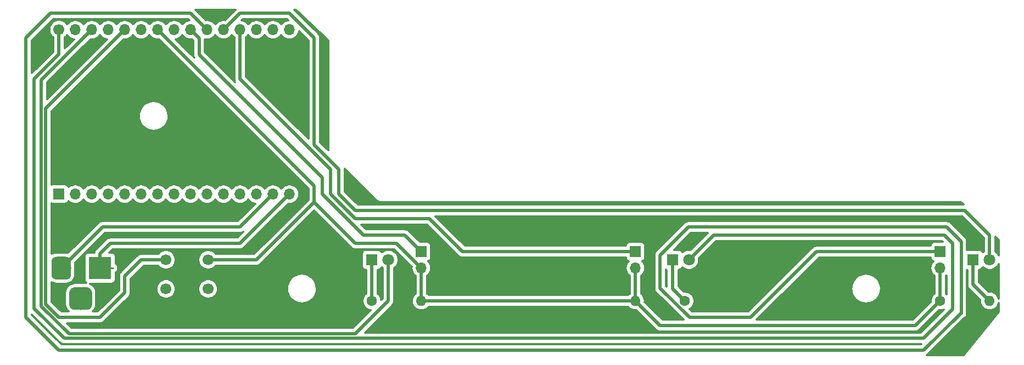
<source format=gbr>
G04 #@! TF.GenerationSoftware,KiCad,Pcbnew,(5.1.2)-1*
G04 #@! TF.CreationDate,2019-05-03T21:31:26-03:00*
G04 #@! TF.ProjectId,Eletr_nica,456c6574-72f4-46e6-9963-612e6b696361,rev?*
G04 #@! TF.SameCoordinates,Original*
G04 #@! TF.FileFunction,Copper,L2,Bot*
G04 #@! TF.FilePolarity,Positive*
%FSLAX46Y46*%
G04 Gerber Fmt 4.6, Leading zero omitted, Abs format (unit mm)*
G04 Created by KiCad (PCBNEW (5.1.2)-1) date 2019-05-03 21:31:26*
%MOMM*%
%LPD*%
G04 APERTURE LIST*
%ADD10C,1.800000*%
%ADD11R,1.800000X1.800000*%
%ADD12R,3.500000X3.500000*%
%ADD13C,0.100000*%
%ADD14C,3.000000*%
%ADD15C,3.500000*%
%ADD16R,1.700000X1.700000*%
%ADD17O,1.700000X1.700000*%
%ADD18C,1.600000*%
%ADD19O,1.600000X1.600000*%
%ADD20C,1.700000*%
%ADD21C,0.500000*%
%ADD22C,0.250000*%
%ADD23C,0.300000*%
G04 APERTURE END LIST*
D10*
X185420000Y-118110000D03*
D11*
X182880000Y-118110000D03*
X136525000Y-118110000D03*
D10*
X139065000Y-118110000D03*
X92710000Y-118110000D03*
D11*
X90170000Y-118110000D03*
D12*
X48260000Y-119380000D03*
D13*
G36*
X43083513Y-117633611D02*
G01*
X43156318Y-117644411D01*
X43227714Y-117662295D01*
X43297013Y-117687090D01*
X43363548Y-117718559D01*
X43426678Y-117756398D01*
X43485795Y-117800242D01*
X43540330Y-117849670D01*
X43589758Y-117904205D01*
X43633602Y-117963322D01*
X43671441Y-118026452D01*
X43702910Y-118092987D01*
X43727705Y-118162286D01*
X43745589Y-118233682D01*
X43756389Y-118306487D01*
X43760000Y-118380000D01*
X43760000Y-120380000D01*
X43756389Y-120453513D01*
X43745589Y-120526318D01*
X43727705Y-120597714D01*
X43702910Y-120667013D01*
X43671441Y-120733548D01*
X43633602Y-120796678D01*
X43589758Y-120855795D01*
X43540330Y-120910330D01*
X43485795Y-120959758D01*
X43426678Y-121003602D01*
X43363548Y-121041441D01*
X43297013Y-121072910D01*
X43227714Y-121097705D01*
X43156318Y-121115589D01*
X43083513Y-121126389D01*
X43010000Y-121130000D01*
X41510000Y-121130000D01*
X41436487Y-121126389D01*
X41363682Y-121115589D01*
X41292286Y-121097705D01*
X41222987Y-121072910D01*
X41156452Y-121041441D01*
X41093322Y-121003602D01*
X41034205Y-120959758D01*
X40979670Y-120910330D01*
X40930242Y-120855795D01*
X40886398Y-120796678D01*
X40848559Y-120733548D01*
X40817090Y-120667013D01*
X40792295Y-120597714D01*
X40774411Y-120526318D01*
X40763611Y-120453513D01*
X40760000Y-120380000D01*
X40760000Y-118380000D01*
X40763611Y-118306487D01*
X40774411Y-118233682D01*
X40792295Y-118162286D01*
X40817090Y-118092987D01*
X40848559Y-118026452D01*
X40886398Y-117963322D01*
X40930242Y-117904205D01*
X40979670Y-117849670D01*
X41034205Y-117800242D01*
X41093322Y-117756398D01*
X41156452Y-117718559D01*
X41222987Y-117687090D01*
X41292286Y-117662295D01*
X41363682Y-117644411D01*
X41436487Y-117633611D01*
X41510000Y-117630000D01*
X43010000Y-117630000D01*
X43083513Y-117633611D01*
X43083513Y-117633611D01*
G37*
D14*
X42260000Y-119380000D03*
D13*
G36*
X46220765Y-122334213D02*
G01*
X46305704Y-122346813D01*
X46388999Y-122367677D01*
X46469848Y-122396605D01*
X46547472Y-122433319D01*
X46621124Y-122477464D01*
X46690094Y-122528616D01*
X46753718Y-122586282D01*
X46811384Y-122649906D01*
X46862536Y-122718876D01*
X46906681Y-122792528D01*
X46943395Y-122870152D01*
X46972323Y-122951001D01*
X46993187Y-123034296D01*
X47005787Y-123119235D01*
X47010000Y-123205000D01*
X47010000Y-124955000D01*
X47005787Y-125040765D01*
X46993187Y-125125704D01*
X46972323Y-125208999D01*
X46943395Y-125289848D01*
X46906681Y-125367472D01*
X46862536Y-125441124D01*
X46811384Y-125510094D01*
X46753718Y-125573718D01*
X46690094Y-125631384D01*
X46621124Y-125682536D01*
X46547472Y-125726681D01*
X46469848Y-125763395D01*
X46388999Y-125792323D01*
X46305704Y-125813187D01*
X46220765Y-125825787D01*
X46135000Y-125830000D01*
X44385000Y-125830000D01*
X44299235Y-125825787D01*
X44214296Y-125813187D01*
X44131001Y-125792323D01*
X44050152Y-125763395D01*
X43972528Y-125726681D01*
X43898876Y-125682536D01*
X43829906Y-125631384D01*
X43766282Y-125573718D01*
X43708616Y-125510094D01*
X43657464Y-125441124D01*
X43613319Y-125367472D01*
X43576605Y-125289848D01*
X43547677Y-125208999D01*
X43526813Y-125125704D01*
X43514213Y-125040765D01*
X43510000Y-124955000D01*
X43510000Y-123205000D01*
X43514213Y-123119235D01*
X43526813Y-123034296D01*
X43547677Y-122951001D01*
X43576605Y-122870152D01*
X43613319Y-122792528D01*
X43657464Y-122718876D01*
X43708616Y-122649906D01*
X43766282Y-122586282D01*
X43829906Y-122528616D01*
X43898876Y-122477464D01*
X43972528Y-122433319D01*
X44050152Y-122396605D01*
X44131001Y-122367677D01*
X44214296Y-122346813D01*
X44299235Y-122334213D01*
X44385000Y-122330000D01*
X46135000Y-122330000D01*
X46220765Y-122334213D01*
X46220765Y-122334213D01*
G37*
D15*
X45260000Y-124080000D03*
D16*
X97790000Y-116840000D03*
D17*
X97790000Y-119380000D03*
X130810000Y-119380000D03*
D16*
X130810000Y-116840000D03*
X177800000Y-116840000D03*
D17*
X177800000Y-119380000D03*
D18*
X177800000Y-124460000D03*
D19*
X185420000Y-124460000D03*
D18*
X138430000Y-124460000D03*
D19*
X130810000Y-124460000D03*
X97790000Y-124460000D03*
D18*
X90170000Y-124460000D03*
D20*
X64920000Y-122610000D03*
X58420000Y-122610000D03*
X64920000Y-118110000D03*
X58420000Y-118110000D03*
D17*
X49530000Y-82550000D03*
X54610000Y-82550000D03*
D20*
X41910000Y-82550000D03*
D17*
X77470000Y-82550000D03*
X67310000Y-82550000D03*
X59690000Y-82550000D03*
X52070000Y-82550000D03*
X74930000Y-82550000D03*
X46990000Y-82550000D03*
X57150000Y-82550000D03*
X69850000Y-82550000D03*
X64770000Y-82550000D03*
X72390000Y-82550000D03*
X62230000Y-82550000D03*
X44450000Y-82550000D03*
X77470000Y-107950000D03*
X74930000Y-107950000D03*
X72390000Y-107950000D03*
X69850000Y-107950000D03*
X67310000Y-107950000D03*
X64770000Y-107950000D03*
X62230000Y-107950000D03*
X59690000Y-107950000D03*
X57150000Y-107950000D03*
X54610000Y-107950000D03*
X52070000Y-107950000D03*
X49530000Y-107950000D03*
X46990000Y-107950000D03*
X44450000Y-107950000D03*
D16*
X41910000Y-107950000D03*
D21*
X182880000Y-121920000D02*
X185420000Y-124460000D01*
X182880000Y-118110000D02*
X182880000Y-121920000D01*
X185420000Y-114300000D02*
X185420000Y-118110000D01*
X181610000Y-110490000D02*
X185420000Y-114300000D01*
X87630000Y-110490000D02*
X181610000Y-110490000D01*
X85090000Y-107950000D02*
X87630000Y-110490000D01*
X69850000Y-80010000D02*
X77470000Y-80010000D01*
X67310000Y-82550000D02*
X69850000Y-80010000D01*
X77470000Y-80010000D02*
X81280000Y-83820000D01*
X81280000Y-83820000D02*
X81280000Y-100330000D01*
X81280000Y-100330000D02*
X85090000Y-104140000D01*
X85090000Y-104140000D02*
X85090000Y-107950000D01*
X41910000Y-86360000D02*
X41910000Y-82550000D01*
X38100000Y-90170000D02*
X41910000Y-86360000D01*
X38100000Y-125603000D02*
X38100000Y-90170000D01*
X42737010Y-130240010D02*
X38100000Y-125603000D01*
X139065000Y-118110000D02*
X142875000Y-114300000D01*
X179705000Y-125730000D02*
X175194990Y-130240010D01*
X142875000Y-114300000D02*
X178435000Y-114300000D01*
X178435000Y-114300000D02*
X179705000Y-115570000D01*
X179705000Y-115570000D02*
X179705000Y-125730000D01*
X175194990Y-130240010D02*
X42737010Y-130240010D01*
X136525000Y-122555000D02*
X138430000Y-124460000D01*
X136525000Y-118110000D02*
X136525000Y-122555000D01*
X90170000Y-118110000D02*
X90170000Y-124460000D01*
X39878000Y-89662000D02*
X46990000Y-82550000D01*
X92710000Y-118110000D02*
X92710000Y-124460000D01*
X87630000Y-129540000D02*
X43460037Y-129540000D01*
X43460037Y-129540000D02*
X39177990Y-125257953D01*
X92710000Y-124460000D02*
X87630000Y-129540000D01*
X39177990Y-125257953D02*
X39177990Y-90362010D01*
X39177990Y-90362010D02*
X39878000Y-89662000D01*
D22*
X50260000Y-119380000D02*
X48260000Y-119380000D01*
D21*
X48260000Y-117130000D02*
X49820000Y-115570000D01*
X48260000Y-119380000D02*
X48260000Y-117130000D01*
X69850000Y-115570000D02*
X77470000Y-107950000D01*
X49820000Y-115570000D02*
X69850000Y-115570000D01*
X48610000Y-113030000D02*
X42260000Y-119380000D01*
X74930000Y-107950000D02*
X69850000Y-113030000D01*
X69850000Y-113030000D02*
X48610000Y-113030000D01*
X63530001Y-83850001D02*
X63530001Y-86390001D01*
X62230000Y-82550000D02*
X63530001Y-83850001D01*
X63530001Y-86390001D02*
X82550000Y-105410000D01*
X82550000Y-105410000D02*
X82550000Y-107950000D01*
X82550000Y-107950000D02*
X88900000Y-114300000D01*
X88900000Y-114300000D02*
X95250000Y-114300000D01*
X95250000Y-114300000D02*
X97790000Y-116840000D01*
X97790000Y-124460000D02*
X130810000Y-124460000D01*
X134620000Y-128270000D02*
X130810000Y-124460000D01*
X177800000Y-124460000D02*
X173990000Y-128270000D01*
X173990000Y-128270000D02*
X134620000Y-128270000D01*
X177800000Y-119380000D02*
X177800000Y-124460000D01*
X64920000Y-118110000D02*
X72390000Y-118110000D01*
X72390000Y-118110000D02*
X81280000Y-109220000D01*
X81280000Y-109220000D02*
X81280000Y-106680000D01*
X81280000Y-106680000D02*
X57150000Y-82550000D01*
X97790000Y-119380000D02*
X93980000Y-115570000D01*
X87630000Y-115570000D02*
X81280000Y-109220000D01*
X93980000Y-115570000D02*
X87630000Y-115570000D01*
X97790000Y-119380000D02*
X97790000Y-124460000D01*
X130810000Y-119380000D02*
X130810000Y-124460000D01*
X104140000Y-116840000D02*
X99060000Y-111760000D01*
X130810000Y-116840000D02*
X104140000Y-116840000D01*
X69850000Y-90170000D02*
X69850000Y-82550000D01*
X87630000Y-111760000D02*
X83820000Y-107950000D01*
X83820000Y-104140000D02*
X69850000Y-90170000D01*
X99060000Y-111760000D02*
X87630000Y-111760000D01*
X83820000Y-107950000D02*
X83820000Y-104140000D01*
X158750000Y-116840000D02*
X177800000Y-116840000D01*
X36830000Y-83820000D02*
X36830000Y-127000000D01*
X41910000Y-132080000D02*
X175260000Y-132080000D01*
X62230000Y-80010000D02*
X40640000Y-80010000D01*
X36830000Y-127000000D02*
X41910000Y-132080000D01*
X64770000Y-82550000D02*
X62230000Y-80010000D01*
X181040008Y-126365000D02*
X181040008Y-115280046D01*
X40640000Y-80010000D02*
X36830000Y-83820000D01*
X138994998Y-113030000D02*
X134620000Y-117404998D01*
X180975000Y-126365000D02*
X181040008Y-126365000D01*
X181040008Y-115280046D02*
X178789962Y-113030000D01*
X175260000Y-132080000D02*
X180975000Y-126365000D01*
X178789962Y-113030000D02*
X138994998Y-113030000D01*
X134620000Y-117404998D02*
X134620000Y-122500002D01*
X134620000Y-122500002D02*
X139119998Y-127000000D01*
X139119998Y-127000000D02*
X148590000Y-127000000D01*
X148590000Y-127000000D02*
X158750000Y-116840000D01*
X54610000Y-118110000D02*
X58420000Y-118110000D01*
X52070000Y-82550000D02*
X39878000Y-94742000D01*
X39878000Y-94742000D02*
X39878000Y-124968000D01*
X52070000Y-120650000D02*
X54610000Y-118110000D01*
X41910000Y-127000000D02*
X48260000Y-127000000D01*
X39878000Y-124968000D02*
X41910000Y-127000000D01*
X48260000Y-127000000D02*
X52070000Y-123190000D01*
X52070000Y-123190000D02*
X52070000Y-120650000D01*
D23*
G36*
X181972000Y-119670395D02*
G01*
X181972001Y-121875396D01*
X181967608Y-121920000D01*
X181985139Y-122097999D01*
X182037059Y-122269157D01*
X182121373Y-122426898D01*
X182206408Y-122530513D01*
X182206412Y-122530517D01*
X182234842Y-122565159D01*
X182269484Y-122593589D01*
X183971170Y-124295276D01*
X183954946Y-124460000D01*
X183983097Y-124745818D01*
X184066467Y-125020652D01*
X184201852Y-125273940D01*
X184384050Y-125495950D01*
X184606060Y-125678148D01*
X184859348Y-125813533D01*
X185134182Y-125896903D01*
X185348381Y-125918000D01*
X185491619Y-125918000D01*
X185705818Y-125896903D01*
X185980652Y-125813533D01*
X186233940Y-125678148D01*
X186455950Y-125495950D01*
X186638148Y-125273940D01*
X186773533Y-125020652D01*
X186834035Y-124821204D01*
X186834035Y-126107828D01*
X181431134Y-132859846D01*
X175727200Y-132859846D01*
X175766898Y-132838627D01*
X175905159Y-132725159D01*
X175933593Y-132690512D01*
X181447167Y-127176938D01*
X181546906Y-127123627D01*
X181685167Y-127010159D01*
X181798635Y-126871898D01*
X181882949Y-126714158D01*
X181934870Y-126542999D01*
X181952401Y-126365000D01*
X181948008Y-126320396D01*
X181948008Y-119668032D01*
X181972000Y-119670395D01*
X181972000Y-119670395D01*
G37*
X181972000Y-119670395D02*
X181972001Y-121875396D01*
X181967608Y-121920000D01*
X181985139Y-122097999D01*
X182037059Y-122269157D01*
X182121373Y-122426898D01*
X182206408Y-122530513D01*
X182206412Y-122530517D01*
X182234842Y-122565159D01*
X182269484Y-122593589D01*
X183971170Y-124295276D01*
X183954946Y-124460000D01*
X183983097Y-124745818D01*
X184066467Y-125020652D01*
X184201852Y-125273940D01*
X184384050Y-125495950D01*
X184606060Y-125678148D01*
X184859348Y-125813533D01*
X185134182Y-125896903D01*
X185348381Y-125918000D01*
X185491619Y-125918000D01*
X185705818Y-125896903D01*
X185980652Y-125813533D01*
X186233940Y-125678148D01*
X186455950Y-125495950D01*
X186638148Y-125273940D01*
X186773533Y-125020652D01*
X186834035Y-124821204D01*
X186834035Y-126107828D01*
X181431134Y-132859846D01*
X175727200Y-132859846D01*
X175766898Y-132838627D01*
X175905159Y-132725159D01*
X175933593Y-132690512D01*
X181447167Y-127176938D01*
X181546906Y-127123627D01*
X181685167Y-127010159D01*
X181798635Y-126871898D01*
X181882949Y-126714158D01*
X181934870Y-126542999D01*
X181952401Y-126365000D01*
X181948008Y-126320396D01*
X181948008Y-119668032D01*
X181972000Y-119670395D01*
G36*
X42063421Y-130850527D02*
G01*
X42091851Y-130885169D01*
X42126493Y-130913599D01*
X42126496Y-130913602D01*
X42204662Y-130977751D01*
X42230112Y-130998637D01*
X42387852Y-131082951D01*
X42559011Y-131134872D01*
X42692406Y-131148010D01*
X42692415Y-131148010D01*
X42737009Y-131152402D01*
X42781603Y-131148010D01*
X174907885Y-131148010D01*
X174883895Y-131172000D01*
X42286106Y-131172000D01*
X37738000Y-126623895D01*
X37738000Y-126525105D01*
X42063421Y-130850527D01*
X42063421Y-130850527D01*
G37*
X42063421Y-130850527D02*
X42091851Y-130885169D01*
X42126493Y-130913599D01*
X42126496Y-130913602D01*
X42204662Y-130977751D01*
X42230112Y-130998637D01*
X42387852Y-131082951D01*
X42559011Y-131134872D01*
X42692406Y-131148010D01*
X42692415Y-131148010D01*
X42737009Y-131152402D01*
X42781603Y-131148010D01*
X174907885Y-131148010D01*
X174883895Y-131172000D01*
X42286106Y-131172000D01*
X37738000Y-126623895D01*
X37738000Y-126525105D01*
X42063421Y-130850527D01*
G36*
X55890077Y-83391853D02*
G01*
X56078524Y-83621476D01*
X56308147Y-83809923D01*
X56570121Y-83949951D01*
X56854380Y-84036180D01*
X57075922Y-84058000D01*
X57224078Y-84058000D01*
X57360462Y-84044567D01*
X80372001Y-107056107D01*
X80372000Y-108843894D01*
X72013895Y-117202000D01*
X66126950Y-117202000D01*
X66091340Y-117148706D01*
X65881294Y-116938660D01*
X65634306Y-116773627D01*
X65359868Y-116659951D01*
X65068525Y-116602000D01*
X64771475Y-116602000D01*
X64480132Y-116659951D01*
X64205694Y-116773627D01*
X63958706Y-116938660D01*
X63748660Y-117148706D01*
X63583627Y-117395694D01*
X63469951Y-117670132D01*
X63412000Y-117961475D01*
X63412000Y-118258525D01*
X63469951Y-118549868D01*
X63583627Y-118824306D01*
X63748660Y-119071294D01*
X63958706Y-119281340D01*
X64205694Y-119446373D01*
X64480132Y-119560049D01*
X64771475Y-119618000D01*
X65068525Y-119618000D01*
X65359868Y-119560049D01*
X65634306Y-119446373D01*
X65881294Y-119281340D01*
X66091340Y-119071294D01*
X66126950Y-119018000D01*
X72345406Y-119018000D01*
X72390000Y-119022392D01*
X72434594Y-119018000D01*
X72434604Y-119018000D01*
X72567999Y-119004862D01*
X72739158Y-118952941D01*
X72896898Y-118868627D01*
X73035159Y-118755159D01*
X73063593Y-118720512D01*
X81280000Y-110504106D01*
X86956411Y-116180517D01*
X86984841Y-116215159D01*
X87019483Y-116243589D01*
X87019486Y-116243592D01*
X87123101Y-116328627D01*
X87280842Y-116412941D01*
X87452001Y-116464862D01*
X87585396Y-116478000D01*
X87585405Y-116478000D01*
X87629999Y-116482392D01*
X87674593Y-116478000D01*
X93603895Y-116478000D01*
X96295433Y-119169538D01*
X96274704Y-119380000D01*
X96303820Y-119675620D01*
X96390049Y-119959879D01*
X96530077Y-120221853D01*
X96718524Y-120451476D01*
X96882000Y-120585638D01*
X96882001Y-123319044D01*
X96754050Y-123424050D01*
X96571852Y-123646060D01*
X96436467Y-123899348D01*
X96353097Y-124174182D01*
X96324946Y-124460000D01*
X96353097Y-124745818D01*
X96436467Y-125020652D01*
X96571852Y-125273940D01*
X96754050Y-125495950D01*
X96976060Y-125678148D01*
X97229348Y-125813533D01*
X97504182Y-125896903D01*
X97718381Y-125918000D01*
X97861619Y-125918000D01*
X98075818Y-125896903D01*
X98350652Y-125813533D01*
X98603940Y-125678148D01*
X98825950Y-125495950D01*
X98930955Y-125368000D01*
X129669045Y-125368000D01*
X129774050Y-125495950D01*
X129996060Y-125678148D01*
X130249348Y-125813533D01*
X130524182Y-125896903D01*
X130738381Y-125918000D01*
X130881619Y-125918000D01*
X130974725Y-125908830D01*
X133946406Y-128880511D01*
X133974841Y-128915159D01*
X134009487Y-128943592D01*
X134113101Y-129028627D01*
X134270842Y-129112941D01*
X134442001Y-129164862D01*
X134575396Y-129178000D01*
X134575406Y-129178000D01*
X134620000Y-129182392D01*
X134664594Y-129178000D01*
X173945406Y-129178000D01*
X173990000Y-129182392D01*
X174034594Y-129178000D01*
X174034604Y-129178000D01*
X174167999Y-129164862D01*
X174339158Y-129112941D01*
X174496898Y-129028627D01*
X174635159Y-128915159D01*
X174663594Y-128880511D01*
X177631131Y-125912974D01*
X177656399Y-125918000D01*
X177943601Y-125918000D01*
X178225283Y-125861970D01*
X178333925Y-125816969D01*
X174818885Y-129332010D01*
X89122095Y-129332010D01*
X93320517Y-125133589D01*
X93355159Y-125105159D01*
X93383589Y-125070517D01*
X93383592Y-125070514D01*
X93468627Y-124966899D01*
X93552941Y-124809158D01*
X93567835Y-124760059D01*
X93604862Y-124637999D01*
X93618000Y-124504604D01*
X93618000Y-124504594D01*
X93622392Y-124460000D01*
X93618000Y-124415406D01*
X93618000Y-119377084D01*
X93703167Y-119320177D01*
X93920177Y-119103167D01*
X94090681Y-118847990D01*
X94208126Y-118564452D01*
X94268000Y-118263450D01*
X94268000Y-117956550D01*
X94208126Y-117655548D01*
X94090681Y-117372010D01*
X93920177Y-117116833D01*
X93703167Y-116899823D01*
X93447990Y-116729319D01*
X93164452Y-116611874D01*
X92863450Y-116552000D01*
X92556550Y-116552000D01*
X92255548Y-116611874D01*
X91972010Y-116729319D01*
X91716833Y-116899823D01*
X91673478Y-116943178D01*
X91619754Y-116842666D01*
X91537527Y-116742473D01*
X91437334Y-116660246D01*
X91323024Y-116599147D01*
X91198990Y-116561521D01*
X91070000Y-116548817D01*
X89270000Y-116548817D01*
X89141010Y-116561521D01*
X89016976Y-116599147D01*
X88902666Y-116660246D01*
X88802473Y-116742473D01*
X88720246Y-116842666D01*
X88659147Y-116956976D01*
X88621521Y-117081010D01*
X88608817Y-117210000D01*
X88608817Y-119010000D01*
X88621521Y-119138990D01*
X88659147Y-119263024D01*
X88720246Y-119377334D01*
X88802473Y-119477527D01*
X88902666Y-119559754D01*
X89016976Y-119620853D01*
X89141010Y-119658479D01*
X89262000Y-119670395D01*
X89262001Y-123313183D01*
X89240579Y-123327497D01*
X89037497Y-123530579D01*
X88877937Y-123769378D01*
X88768030Y-124034717D01*
X88712000Y-124316399D01*
X88712000Y-124603601D01*
X88768030Y-124885283D01*
X88877937Y-125150622D01*
X89037497Y-125389421D01*
X89240579Y-125592503D01*
X89479378Y-125752063D01*
X89744717Y-125861970D01*
X89977601Y-125908293D01*
X87253895Y-128632000D01*
X43836143Y-128632000D01*
X43112143Y-127908000D01*
X48215406Y-127908000D01*
X48260000Y-127912392D01*
X48304594Y-127908000D01*
X48304604Y-127908000D01*
X48437999Y-127894862D01*
X48609158Y-127842941D01*
X48766898Y-127758627D01*
X48905159Y-127645159D01*
X48933594Y-127610511D01*
X52680513Y-123863592D01*
X52715159Y-123835159D01*
X52769144Y-123769378D01*
X52828627Y-123696899D01*
X52912941Y-123539158D01*
X52934711Y-123467393D01*
X52964862Y-123367999D01*
X52978000Y-123234604D01*
X52978000Y-123234594D01*
X52982392Y-123190000D01*
X52978000Y-123145406D01*
X52978000Y-122461475D01*
X56912000Y-122461475D01*
X56912000Y-122758525D01*
X56969951Y-123049868D01*
X57083627Y-123324306D01*
X57248660Y-123571294D01*
X57458706Y-123781340D01*
X57705694Y-123946373D01*
X57980132Y-124060049D01*
X58271475Y-124118000D01*
X58568525Y-124118000D01*
X58859868Y-124060049D01*
X59134306Y-123946373D01*
X59381294Y-123781340D01*
X59591340Y-123571294D01*
X59756373Y-123324306D01*
X59870049Y-123049868D01*
X59928000Y-122758525D01*
X59928000Y-122461475D01*
X63412000Y-122461475D01*
X63412000Y-122758525D01*
X63469951Y-123049868D01*
X63583627Y-123324306D01*
X63748660Y-123571294D01*
X63958706Y-123781340D01*
X64205694Y-123946373D01*
X64480132Y-124060049D01*
X64771475Y-124118000D01*
X65068525Y-124118000D01*
X65359868Y-124060049D01*
X65634306Y-123946373D01*
X65881294Y-123781340D01*
X66091340Y-123571294D01*
X66256373Y-123324306D01*
X66370049Y-123049868D01*
X66428000Y-122758525D01*
X66428000Y-122587155D01*
X77072224Y-122587155D01*
X77122326Y-123033821D01*
X77258231Y-123462248D01*
X77474764Y-123856119D01*
X77763675Y-124200431D01*
X78113962Y-124482068D01*
X78512281Y-124690304D01*
X78943461Y-124817208D01*
X79391078Y-124857944D01*
X79838082Y-124810962D01*
X80267448Y-124678051D01*
X80662821Y-124464274D01*
X81009141Y-124177773D01*
X81293218Y-123829461D01*
X81504230Y-123432605D01*
X81634140Y-123002322D01*
X81678000Y-122555000D01*
X81677102Y-122490696D01*
X81620769Y-122044774D01*
X81478895Y-121618286D01*
X81256885Y-121227476D01*
X80963194Y-120887232D01*
X80609009Y-120610513D01*
X80207821Y-120407858D01*
X79774912Y-120286988D01*
X79326770Y-120252505D01*
X78880465Y-120305724D01*
X78452996Y-120444617D01*
X78060647Y-120663893D01*
X77718360Y-120955202D01*
X77439175Y-121307446D01*
X77233725Y-121707209D01*
X77109835Y-122139264D01*
X77072224Y-122587155D01*
X66428000Y-122587155D01*
X66428000Y-122461475D01*
X66370049Y-122170132D01*
X66256373Y-121895694D01*
X66091340Y-121648706D01*
X65881294Y-121438660D01*
X65634306Y-121273627D01*
X65359868Y-121159951D01*
X65068525Y-121102000D01*
X64771475Y-121102000D01*
X64480132Y-121159951D01*
X64205694Y-121273627D01*
X63958706Y-121438660D01*
X63748660Y-121648706D01*
X63583627Y-121895694D01*
X63469951Y-122170132D01*
X63412000Y-122461475D01*
X59928000Y-122461475D01*
X59870049Y-122170132D01*
X59756373Y-121895694D01*
X59591340Y-121648706D01*
X59381294Y-121438660D01*
X59134306Y-121273627D01*
X58859868Y-121159951D01*
X58568525Y-121102000D01*
X58271475Y-121102000D01*
X57980132Y-121159951D01*
X57705694Y-121273627D01*
X57458706Y-121438660D01*
X57248660Y-121648706D01*
X57083627Y-121895694D01*
X56969951Y-122170132D01*
X56912000Y-122461475D01*
X52978000Y-122461475D01*
X52978000Y-121026105D01*
X54986106Y-119018000D01*
X57213050Y-119018000D01*
X57248660Y-119071294D01*
X57458706Y-119281340D01*
X57705694Y-119446373D01*
X57980132Y-119560049D01*
X58271475Y-119618000D01*
X58568525Y-119618000D01*
X58859868Y-119560049D01*
X59134306Y-119446373D01*
X59381294Y-119281340D01*
X59591340Y-119071294D01*
X59756373Y-118824306D01*
X59870049Y-118549868D01*
X59928000Y-118258525D01*
X59928000Y-117961475D01*
X59870049Y-117670132D01*
X59756373Y-117395694D01*
X59591340Y-117148706D01*
X59381294Y-116938660D01*
X59134306Y-116773627D01*
X58859868Y-116659951D01*
X58568525Y-116602000D01*
X58271475Y-116602000D01*
X57980132Y-116659951D01*
X57705694Y-116773627D01*
X57458706Y-116938660D01*
X57248660Y-117148706D01*
X57213050Y-117202000D01*
X54654590Y-117202000D01*
X54609999Y-117197608D01*
X54565408Y-117202000D01*
X54565396Y-117202000D01*
X54432001Y-117215138D01*
X54260842Y-117267059D01*
X54113285Y-117345930D01*
X54103100Y-117351374D01*
X53999486Y-117436408D01*
X53999483Y-117436411D01*
X53964841Y-117464841D01*
X53936411Y-117499483D01*
X51459484Y-119976411D01*
X51424842Y-120004841D01*
X51396412Y-120039483D01*
X51396408Y-120039487D01*
X51311373Y-120143102D01*
X51227059Y-120300843D01*
X51175139Y-120472001D01*
X51157608Y-120650000D01*
X51162001Y-120694603D01*
X51162000Y-122813895D01*
X47883895Y-126092000D01*
X47159400Y-126092000D01*
X47221245Y-126041245D01*
X47412289Y-125808458D01*
X47554248Y-125542872D01*
X47641666Y-125254694D01*
X47671183Y-124955000D01*
X47671183Y-123205000D01*
X47641666Y-122905306D01*
X47554248Y-122617128D01*
X47412289Y-122351542D01*
X47221245Y-122118755D01*
X46988458Y-121927711D01*
X46733033Y-121791183D01*
X50010000Y-121791183D01*
X50138990Y-121778479D01*
X50263024Y-121740853D01*
X50377334Y-121679754D01*
X50477527Y-121597527D01*
X50559754Y-121497334D01*
X50620853Y-121383024D01*
X50658479Y-121258990D01*
X50671183Y-121130000D01*
X50671183Y-120048052D01*
X50697116Y-120034190D01*
X50816343Y-119936343D01*
X50914190Y-119817116D01*
X50986897Y-119681091D01*
X51031670Y-119533495D01*
X51046788Y-119380000D01*
X51031670Y-119226505D01*
X50986897Y-119078909D01*
X50914190Y-118942884D01*
X50816343Y-118823657D01*
X50697116Y-118725810D01*
X50671183Y-118711948D01*
X50671183Y-117630000D01*
X50658479Y-117501010D01*
X50620853Y-117376976D01*
X50559754Y-117262666D01*
X50477527Y-117162473D01*
X50377334Y-117080246D01*
X50263024Y-117019147D01*
X50138990Y-116981521D01*
X50010000Y-116968817D01*
X49705289Y-116968817D01*
X50196106Y-116478000D01*
X69805406Y-116478000D01*
X69850000Y-116482392D01*
X69894594Y-116478000D01*
X69894604Y-116478000D01*
X70027999Y-116464862D01*
X70199158Y-116412941D01*
X70356898Y-116328627D01*
X70495159Y-116215159D01*
X70523593Y-116180512D01*
X77259538Y-109444567D01*
X77395922Y-109458000D01*
X77544078Y-109458000D01*
X77765620Y-109436180D01*
X78049879Y-109349951D01*
X78311853Y-109209923D01*
X78541476Y-109021476D01*
X78729923Y-108791853D01*
X78869951Y-108529879D01*
X78956180Y-108245620D01*
X78985296Y-107950000D01*
X78956180Y-107654380D01*
X78869951Y-107370121D01*
X78729923Y-107108147D01*
X78541476Y-106878524D01*
X78311853Y-106690077D01*
X78049879Y-106550049D01*
X77765620Y-106463820D01*
X77544078Y-106442000D01*
X77395922Y-106442000D01*
X77174380Y-106463820D01*
X76890121Y-106550049D01*
X76628147Y-106690077D01*
X76398524Y-106878524D01*
X76210077Y-107108147D01*
X76200000Y-107127000D01*
X76189923Y-107108147D01*
X76001476Y-106878524D01*
X75771853Y-106690077D01*
X75509879Y-106550049D01*
X75225620Y-106463820D01*
X75004078Y-106442000D01*
X74855922Y-106442000D01*
X74634380Y-106463820D01*
X74350121Y-106550049D01*
X74088147Y-106690077D01*
X73858524Y-106878524D01*
X73670077Y-107108147D01*
X73660000Y-107127000D01*
X73649923Y-107108147D01*
X73461476Y-106878524D01*
X73231853Y-106690077D01*
X72969879Y-106550049D01*
X72685620Y-106463820D01*
X72464078Y-106442000D01*
X72315922Y-106442000D01*
X72094380Y-106463820D01*
X71810121Y-106550049D01*
X71548147Y-106690077D01*
X71318524Y-106878524D01*
X71130077Y-107108147D01*
X71120000Y-107127000D01*
X71109923Y-107108147D01*
X70921476Y-106878524D01*
X70691853Y-106690077D01*
X70429879Y-106550049D01*
X70145620Y-106463820D01*
X69924078Y-106442000D01*
X69775922Y-106442000D01*
X69554380Y-106463820D01*
X69270121Y-106550049D01*
X69008147Y-106690077D01*
X68778524Y-106878524D01*
X68590077Y-107108147D01*
X68580000Y-107127000D01*
X68569923Y-107108147D01*
X68381476Y-106878524D01*
X68151853Y-106690077D01*
X67889879Y-106550049D01*
X67605620Y-106463820D01*
X67384078Y-106442000D01*
X67235922Y-106442000D01*
X67014380Y-106463820D01*
X66730121Y-106550049D01*
X66468147Y-106690077D01*
X66238524Y-106878524D01*
X66050077Y-107108147D01*
X66040000Y-107127000D01*
X66029923Y-107108147D01*
X65841476Y-106878524D01*
X65611853Y-106690077D01*
X65349879Y-106550049D01*
X65065620Y-106463820D01*
X64844078Y-106442000D01*
X64695922Y-106442000D01*
X64474380Y-106463820D01*
X64190121Y-106550049D01*
X63928147Y-106690077D01*
X63698524Y-106878524D01*
X63510077Y-107108147D01*
X63500000Y-107127000D01*
X63489923Y-107108147D01*
X63301476Y-106878524D01*
X63071853Y-106690077D01*
X62809879Y-106550049D01*
X62525620Y-106463820D01*
X62304078Y-106442000D01*
X62155922Y-106442000D01*
X61934380Y-106463820D01*
X61650121Y-106550049D01*
X61388147Y-106690077D01*
X61158524Y-106878524D01*
X60970077Y-107108147D01*
X60960000Y-107127000D01*
X60949923Y-107108147D01*
X60761476Y-106878524D01*
X60531853Y-106690077D01*
X60269879Y-106550049D01*
X59985620Y-106463820D01*
X59764078Y-106442000D01*
X59615922Y-106442000D01*
X59394380Y-106463820D01*
X59110121Y-106550049D01*
X58848147Y-106690077D01*
X58618524Y-106878524D01*
X58430077Y-107108147D01*
X58420000Y-107127000D01*
X58409923Y-107108147D01*
X58221476Y-106878524D01*
X57991853Y-106690077D01*
X57729879Y-106550049D01*
X57445620Y-106463820D01*
X57224078Y-106442000D01*
X57075922Y-106442000D01*
X56854380Y-106463820D01*
X56570121Y-106550049D01*
X56308147Y-106690077D01*
X56078524Y-106878524D01*
X55890077Y-107108147D01*
X55880000Y-107127000D01*
X55869923Y-107108147D01*
X55681476Y-106878524D01*
X55451853Y-106690077D01*
X55189879Y-106550049D01*
X54905620Y-106463820D01*
X54684078Y-106442000D01*
X54535922Y-106442000D01*
X54314380Y-106463820D01*
X54030121Y-106550049D01*
X53768147Y-106690077D01*
X53538524Y-106878524D01*
X53350077Y-107108147D01*
X53340000Y-107127000D01*
X53329923Y-107108147D01*
X53141476Y-106878524D01*
X52911853Y-106690077D01*
X52649879Y-106550049D01*
X52365620Y-106463820D01*
X52144078Y-106442000D01*
X51995922Y-106442000D01*
X51774380Y-106463820D01*
X51490121Y-106550049D01*
X51228147Y-106690077D01*
X50998524Y-106878524D01*
X50810077Y-107108147D01*
X50800000Y-107127000D01*
X50789923Y-107108147D01*
X50601476Y-106878524D01*
X50371853Y-106690077D01*
X50109879Y-106550049D01*
X49825620Y-106463820D01*
X49604078Y-106442000D01*
X49455922Y-106442000D01*
X49234380Y-106463820D01*
X48950121Y-106550049D01*
X48688147Y-106690077D01*
X48458524Y-106878524D01*
X48270077Y-107108147D01*
X48260000Y-107127000D01*
X48249923Y-107108147D01*
X48061476Y-106878524D01*
X47831853Y-106690077D01*
X47569879Y-106550049D01*
X47285620Y-106463820D01*
X47064078Y-106442000D01*
X46915922Y-106442000D01*
X46694380Y-106463820D01*
X46410121Y-106550049D01*
X46148147Y-106690077D01*
X45918524Y-106878524D01*
X45730077Y-107108147D01*
X45720000Y-107127000D01*
X45709923Y-107108147D01*
X45521476Y-106878524D01*
X45291853Y-106690077D01*
X45029879Y-106550049D01*
X44745620Y-106463820D01*
X44524078Y-106442000D01*
X44375922Y-106442000D01*
X44154380Y-106463820D01*
X43870121Y-106550049D01*
X43608147Y-106690077D01*
X43380045Y-106877276D01*
X43370853Y-106846976D01*
X43309754Y-106732666D01*
X43227527Y-106632473D01*
X43127334Y-106550246D01*
X43013024Y-106489147D01*
X42888990Y-106451521D01*
X42760000Y-106438817D01*
X41060000Y-106438817D01*
X40931010Y-106451521D01*
X40806976Y-106489147D01*
X40786000Y-106500359D01*
X40786000Y-95917155D01*
X54212224Y-95917155D01*
X54262326Y-96363821D01*
X54398231Y-96792248D01*
X54614764Y-97186119D01*
X54903675Y-97530431D01*
X55253962Y-97812068D01*
X55652281Y-98020304D01*
X56083461Y-98147208D01*
X56531078Y-98187944D01*
X56978082Y-98140962D01*
X57407448Y-98008051D01*
X57802821Y-97794274D01*
X58149141Y-97507773D01*
X58433218Y-97159461D01*
X58644230Y-96762605D01*
X58774140Y-96332322D01*
X58818000Y-95885000D01*
X58817102Y-95820696D01*
X58760769Y-95374774D01*
X58618895Y-94948286D01*
X58396885Y-94557476D01*
X58103194Y-94217232D01*
X57749009Y-93940513D01*
X57347821Y-93737858D01*
X56914912Y-93616988D01*
X56466770Y-93582505D01*
X56020465Y-93635724D01*
X55592996Y-93774617D01*
X55200647Y-93993893D01*
X54858360Y-94285202D01*
X54579175Y-94637446D01*
X54373725Y-95037209D01*
X54249835Y-95469264D01*
X54212224Y-95917155D01*
X40786000Y-95917155D01*
X40786000Y-95118105D01*
X51859538Y-84044567D01*
X51995922Y-84058000D01*
X52144078Y-84058000D01*
X52365620Y-84036180D01*
X52649879Y-83949951D01*
X52911853Y-83809923D01*
X53141476Y-83621476D01*
X53329923Y-83391853D01*
X53340000Y-83373000D01*
X53350077Y-83391853D01*
X53538524Y-83621476D01*
X53768147Y-83809923D01*
X54030121Y-83949951D01*
X54314380Y-84036180D01*
X54535922Y-84058000D01*
X54684078Y-84058000D01*
X54905620Y-84036180D01*
X55189879Y-83949951D01*
X55451853Y-83809923D01*
X55681476Y-83621476D01*
X55869923Y-83391853D01*
X55880000Y-83373000D01*
X55890077Y-83391853D01*
X55890077Y-83391853D01*
G37*
X55890077Y-83391853D02*
X56078524Y-83621476D01*
X56308147Y-83809923D01*
X56570121Y-83949951D01*
X56854380Y-84036180D01*
X57075922Y-84058000D01*
X57224078Y-84058000D01*
X57360462Y-84044567D01*
X80372001Y-107056107D01*
X80372000Y-108843894D01*
X72013895Y-117202000D01*
X66126950Y-117202000D01*
X66091340Y-117148706D01*
X65881294Y-116938660D01*
X65634306Y-116773627D01*
X65359868Y-116659951D01*
X65068525Y-116602000D01*
X64771475Y-116602000D01*
X64480132Y-116659951D01*
X64205694Y-116773627D01*
X63958706Y-116938660D01*
X63748660Y-117148706D01*
X63583627Y-117395694D01*
X63469951Y-117670132D01*
X63412000Y-117961475D01*
X63412000Y-118258525D01*
X63469951Y-118549868D01*
X63583627Y-118824306D01*
X63748660Y-119071294D01*
X63958706Y-119281340D01*
X64205694Y-119446373D01*
X64480132Y-119560049D01*
X64771475Y-119618000D01*
X65068525Y-119618000D01*
X65359868Y-119560049D01*
X65634306Y-119446373D01*
X65881294Y-119281340D01*
X66091340Y-119071294D01*
X66126950Y-119018000D01*
X72345406Y-119018000D01*
X72390000Y-119022392D01*
X72434594Y-119018000D01*
X72434604Y-119018000D01*
X72567999Y-119004862D01*
X72739158Y-118952941D01*
X72896898Y-118868627D01*
X73035159Y-118755159D01*
X73063593Y-118720512D01*
X81280000Y-110504106D01*
X86956411Y-116180517D01*
X86984841Y-116215159D01*
X87019483Y-116243589D01*
X87019486Y-116243592D01*
X87123101Y-116328627D01*
X87280842Y-116412941D01*
X87452001Y-116464862D01*
X87585396Y-116478000D01*
X87585405Y-116478000D01*
X87629999Y-116482392D01*
X87674593Y-116478000D01*
X93603895Y-116478000D01*
X96295433Y-119169538D01*
X96274704Y-119380000D01*
X96303820Y-119675620D01*
X96390049Y-119959879D01*
X96530077Y-120221853D01*
X96718524Y-120451476D01*
X96882000Y-120585638D01*
X96882001Y-123319044D01*
X96754050Y-123424050D01*
X96571852Y-123646060D01*
X96436467Y-123899348D01*
X96353097Y-124174182D01*
X96324946Y-124460000D01*
X96353097Y-124745818D01*
X96436467Y-125020652D01*
X96571852Y-125273940D01*
X96754050Y-125495950D01*
X96976060Y-125678148D01*
X97229348Y-125813533D01*
X97504182Y-125896903D01*
X97718381Y-125918000D01*
X97861619Y-125918000D01*
X98075818Y-125896903D01*
X98350652Y-125813533D01*
X98603940Y-125678148D01*
X98825950Y-125495950D01*
X98930955Y-125368000D01*
X129669045Y-125368000D01*
X129774050Y-125495950D01*
X129996060Y-125678148D01*
X130249348Y-125813533D01*
X130524182Y-125896903D01*
X130738381Y-125918000D01*
X130881619Y-125918000D01*
X130974725Y-125908830D01*
X133946406Y-128880511D01*
X133974841Y-128915159D01*
X134009487Y-128943592D01*
X134113101Y-129028627D01*
X134270842Y-129112941D01*
X134442001Y-129164862D01*
X134575396Y-129178000D01*
X134575406Y-129178000D01*
X134620000Y-129182392D01*
X134664594Y-129178000D01*
X173945406Y-129178000D01*
X173990000Y-129182392D01*
X174034594Y-129178000D01*
X174034604Y-129178000D01*
X174167999Y-129164862D01*
X174339158Y-129112941D01*
X174496898Y-129028627D01*
X174635159Y-128915159D01*
X174663594Y-128880511D01*
X177631131Y-125912974D01*
X177656399Y-125918000D01*
X177943601Y-125918000D01*
X178225283Y-125861970D01*
X178333925Y-125816969D01*
X174818885Y-129332010D01*
X89122095Y-129332010D01*
X93320517Y-125133589D01*
X93355159Y-125105159D01*
X93383589Y-125070517D01*
X93383592Y-125070514D01*
X93468627Y-124966899D01*
X93552941Y-124809158D01*
X93567835Y-124760059D01*
X93604862Y-124637999D01*
X93618000Y-124504604D01*
X93618000Y-124504594D01*
X93622392Y-124460000D01*
X93618000Y-124415406D01*
X93618000Y-119377084D01*
X93703167Y-119320177D01*
X93920177Y-119103167D01*
X94090681Y-118847990D01*
X94208126Y-118564452D01*
X94268000Y-118263450D01*
X94268000Y-117956550D01*
X94208126Y-117655548D01*
X94090681Y-117372010D01*
X93920177Y-117116833D01*
X93703167Y-116899823D01*
X93447990Y-116729319D01*
X93164452Y-116611874D01*
X92863450Y-116552000D01*
X92556550Y-116552000D01*
X92255548Y-116611874D01*
X91972010Y-116729319D01*
X91716833Y-116899823D01*
X91673478Y-116943178D01*
X91619754Y-116842666D01*
X91537527Y-116742473D01*
X91437334Y-116660246D01*
X91323024Y-116599147D01*
X91198990Y-116561521D01*
X91070000Y-116548817D01*
X89270000Y-116548817D01*
X89141010Y-116561521D01*
X89016976Y-116599147D01*
X88902666Y-116660246D01*
X88802473Y-116742473D01*
X88720246Y-116842666D01*
X88659147Y-116956976D01*
X88621521Y-117081010D01*
X88608817Y-117210000D01*
X88608817Y-119010000D01*
X88621521Y-119138990D01*
X88659147Y-119263024D01*
X88720246Y-119377334D01*
X88802473Y-119477527D01*
X88902666Y-119559754D01*
X89016976Y-119620853D01*
X89141010Y-119658479D01*
X89262000Y-119670395D01*
X89262001Y-123313183D01*
X89240579Y-123327497D01*
X89037497Y-123530579D01*
X88877937Y-123769378D01*
X88768030Y-124034717D01*
X88712000Y-124316399D01*
X88712000Y-124603601D01*
X88768030Y-124885283D01*
X88877937Y-125150622D01*
X89037497Y-125389421D01*
X89240579Y-125592503D01*
X89479378Y-125752063D01*
X89744717Y-125861970D01*
X89977601Y-125908293D01*
X87253895Y-128632000D01*
X43836143Y-128632000D01*
X43112143Y-127908000D01*
X48215406Y-127908000D01*
X48260000Y-127912392D01*
X48304594Y-127908000D01*
X48304604Y-127908000D01*
X48437999Y-127894862D01*
X48609158Y-127842941D01*
X48766898Y-127758627D01*
X48905159Y-127645159D01*
X48933594Y-127610511D01*
X52680513Y-123863592D01*
X52715159Y-123835159D01*
X52769144Y-123769378D01*
X52828627Y-123696899D01*
X52912941Y-123539158D01*
X52934711Y-123467393D01*
X52964862Y-123367999D01*
X52978000Y-123234604D01*
X52978000Y-123234594D01*
X52982392Y-123190000D01*
X52978000Y-123145406D01*
X52978000Y-122461475D01*
X56912000Y-122461475D01*
X56912000Y-122758525D01*
X56969951Y-123049868D01*
X57083627Y-123324306D01*
X57248660Y-123571294D01*
X57458706Y-123781340D01*
X57705694Y-123946373D01*
X57980132Y-124060049D01*
X58271475Y-124118000D01*
X58568525Y-124118000D01*
X58859868Y-124060049D01*
X59134306Y-123946373D01*
X59381294Y-123781340D01*
X59591340Y-123571294D01*
X59756373Y-123324306D01*
X59870049Y-123049868D01*
X59928000Y-122758525D01*
X59928000Y-122461475D01*
X63412000Y-122461475D01*
X63412000Y-122758525D01*
X63469951Y-123049868D01*
X63583627Y-123324306D01*
X63748660Y-123571294D01*
X63958706Y-123781340D01*
X64205694Y-123946373D01*
X64480132Y-124060049D01*
X64771475Y-124118000D01*
X65068525Y-124118000D01*
X65359868Y-124060049D01*
X65634306Y-123946373D01*
X65881294Y-123781340D01*
X66091340Y-123571294D01*
X66256373Y-123324306D01*
X66370049Y-123049868D01*
X66428000Y-122758525D01*
X66428000Y-122587155D01*
X77072224Y-122587155D01*
X77122326Y-123033821D01*
X77258231Y-123462248D01*
X77474764Y-123856119D01*
X77763675Y-124200431D01*
X78113962Y-124482068D01*
X78512281Y-124690304D01*
X78943461Y-124817208D01*
X79391078Y-124857944D01*
X79838082Y-124810962D01*
X80267448Y-124678051D01*
X80662821Y-124464274D01*
X81009141Y-124177773D01*
X81293218Y-123829461D01*
X81504230Y-123432605D01*
X81634140Y-123002322D01*
X81678000Y-122555000D01*
X81677102Y-122490696D01*
X81620769Y-122044774D01*
X81478895Y-121618286D01*
X81256885Y-121227476D01*
X80963194Y-120887232D01*
X80609009Y-120610513D01*
X80207821Y-120407858D01*
X79774912Y-120286988D01*
X79326770Y-120252505D01*
X78880465Y-120305724D01*
X78452996Y-120444617D01*
X78060647Y-120663893D01*
X77718360Y-120955202D01*
X77439175Y-121307446D01*
X77233725Y-121707209D01*
X77109835Y-122139264D01*
X77072224Y-122587155D01*
X66428000Y-122587155D01*
X66428000Y-122461475D01*
X66370049Y-122170132D01*
X66256373Y-121895694D01*
X66091340Y-121648706D01*
X65881294Y-121438660D01*
X65634306Y-121273627D01*
X65359868Y-121159951D01*
X65068525Y-121102000D01*
X64771475Y-121102000D01*
X64480132Y-121159951D01*
X64205694Y-121273627D01*
X63958706Y-121438660D01*
X63748660Y-121648706D01*
X63583627Y-121895694D01*
X63469951Y-122170132D01*
X63412000Y-122461475D01*
X59928000Y-122461475D01*
X59870049Y-122170132D01*
X59756373Y-121895694D01*
X59591340Y-121648706D01*
X59381294Y-121438660D01*
X59134306Y-121273627D01*
X58859868Y-121159951D01*
X58568525Y-121102000D01*
X58271475Y-121102000D01*
X57980132Y-121159951D01*
X57705694Y-121273627D01*
X57458706Y-121438660D01*
X57248660Y-121648706D01*
X57083627Y-121895694D01*
X56969951Y-122170132D01*
X56912000Y-122461475D01*
X52978000Y-122461475D01*
X52978000Y-121026105D01*
X54986106Y-119018000D01*
X57213050Y-119018000D01*
X57248660Y-119071294D01*
X57458706Y-119281340D01*
X57705694Y-119446373D01*
X57980132Y-119560049D01*
X58271475Y-119618000D01*
X58568525Y-119618000D01*
X58859868Y-119560049D01*
X59134306Y-119446373D01*
X59381294Y-119281340D01*
X59591340Y-119071294D01*
X59756373Y-118824306D01*
X59870049Y-118549868D01*
X59928000Y-118258525D01*
X59928000Y-117961475D01*
X59870049Y-117670132D01*
X59756373Y-117395694D01*
X59591340Y-117148706D01*
X59381294Y-116938660D01*
X59134306Y-116773627D01*
X58859868Y-116659951D01*
X58568525Y-116602000D01*
X58271475Y-116602000D01*
X57980132Y-116659951D01*
X57705694Y-116773627D01*
X57458706Y-116938660D01*
X57248660Y-117148706D01*
X57213050Y-117202000D01*
X54654590Y-117202000D01*
X54609999Y-117197608D01*
X54565408Y-117202000D01*
X54565396Y-117202000D01*
X54432001Y-117215138D01*
X54260842Y-117267059D01*
X54113285Y-117345930D01*
X54103100Y-117351374D01*
X53999486Y-117436408D01*
X53999483Y-117436411D01*
X53964841Y-117464841D01*
X53936411Y-117499483D01*
X51459484Y-119976411D01*
X51424842Y-120004841D01*
X51396412Y-120039483D01*
X51396408Y-120039487D01*
X51311373Y-120143102D01*
X51227059Y-120300843D01*
X51175139Y-120472001D01*
X51157608Y-120650000D01*
X51162001Y-120694603D01*
X51162000Y-122813895D01*
X47883895Y-126092000D01*
X47159400Y-126092000D01*
X47221245Y-126041245D01*
X47412289Y-125808458D01*
X47554248Y-125542872D01*
X47641666Y-125254694D01*
X47671183Y-124955000D01*
X47671183Y-123205000D01*
X47641666Y-122905306D01*
X47554248Y-122617128D01*
X47412289Y-122351542D01*
X47221245Y-122118755D01*
X46988458Y-121927711D01*
X46733033Y-121791183D01*
X50010000Y-121791183D01*
X50138990Y-121778479D01*
X50263024Y-121740853D01*
X50377334Y-121679754D01*
X50477527Y-121597527D01*
X50559754Y-121497334D01*
X50620853Y-121383024D01*
X50658479Y-121258990D01*
X50671183Y-121130000D01*
X50671183Y-120048052D01*
X50697116Y-120034190D01*
X50816343Y-119936343D01*
X50914190Y-119817116D01*
X50986897Y-119681091D01*
X51031670Y-119533495D01*
X51046788Y-119380000D01*
X51031670Y-119226505D01*
X50986897Y-119078909D01*
X50914190Y-118942884D01*
X50816343Y-118823657D01*
X50697116Y-118725810D01*
X50671183Y-118711948D01*
X50671183Y-117630000D01*
X50658479Y-117501010D01*
X50620853Y-117376976D01*
X50559754Y-117262666D01*
X50477527Y-117162473D01*
X50377334Y-117080246D01*
X50263024Y-117019147D01*
X50138990Y-116981521D01*
X50010000Y-116968817D01*
X49705289Y-116968817D01*
X50196106Y-116478000D01*
X69805406Y-116478000D01*
X69850000Y-116482392D01*
X69894594Y-116478000D01*
X69894604Y-116478000D01*
X70027999Y-116464862D01*
X70199158Y-116412941D01*
X70356898Y-116328627D01*
X70495159Y-116215159D01*
X70523593Y-116180512D01*
X77259538Y-109444567D01*
X77395922Y-109458000D01*
X77544078Y-109458000D01*
X77765620Y-109436180D01*
X78049879Y-109349951D01*
X78311853Y-109209923D01*
X78541476Y-109021476D01*
X78729923Y-108791853D01*
X78869951Y-108529879D01*
X78956180Y-108245620D01*
X78985296Y-107950000D01*
X78956180Y-107654380D01*
X78869951Y-107370121D01*
X78729923Y-107108147D01*
X78541476Y-106878524D01*
X78311853Y-106690077D01*
X78049879Y-106550049D01*
X77765620Y-106463820D01*
X77544078Y-106442000D01*
X77395922Y-106442000D01*
X77174380Y-106463820D01*
X76890121Y-106550049D01*
X76628147Y-106690077D01*
X76398524Y-106878524D01*
X76210077Y-107108147D01*
X76200000Y-107127000D01*
X76189923Y-107108147D01*
X76001476Y-106878524D01*
X75771853Y-106690077D01*
X75509879Y-106550049D01*
X75225620Y-106463820D01*
X75004078Y-106442000D01*
X74855922Y-106442000D01*
X74634380Y-106463820D01*
X74350121Y-106550049D01*
X74088147Y-106690077D01*
X73858524Y-106878524D01*
X73670077Y-107108147D01*
X73660000Y-107127000D01*
X73649923Y-107108147D01*
X73461476Y-106878524D01*
X73231853Y-106690077D01*
X72969879Y-106550049D01*
X72685620Y-106463820D01*
X72464078Y-106442000D01*
X72315922Y-106442000D01*
X72094380Y-106463820D01*
X71810121Y-106550049D01*
X71548147Y-106690077D01*
X71318524Y-106878524D01*
X71130077Y-107108147D01*
X71120000Y-107127000D01*
X71109923Y-107108147D01*
X70921476Y-106878524D01*
X70691853Y-106690077D01*
X70429879Y-106550049D01*
X70145620Y-106463820D01*
X69924078Y-106442000D01*
X69775922Y-106442000D01*
X69554380Y-106463820D01*
X69270121Y-106550049D01*
X69008147Y-106690077D01*
X68778524Y-106878524D01*
X68590077Y-107108147D01*
X68580000Y-107127000D01*
X68569923Y-107108147D01*
X68381476Y-106878524D01*
X68151853Y-106690077D01*
X67889879Y-106550049D01*
X67605620Y-106463820D01*
X67384078Y-106442000D01*
X67235922Y-106442000D01*
X67014380Y-106463820D01*
X66730121Y-106550049D01*
X66468147Y-106690077D01*
X66238524Y-106878524D01*
X66050077Y-107108147D01*
X66040000Y-107127000D01*
X66029923Y-107108147D01*
X65841476Y-106878524D01*
X65611853Y-106690077D01*
X65349879Y-106550049D01*
X65065620Y-106463820D01*
X64844078Y-106442000D01*
X64695922Y-106442000D01*
X64474380Y-106463820D01*
X64190121Y-106550049D01*
X63928147Y-106690077D01*
X63698524Y-106878524D01*
X63510077Y-107108147D01*
X63500000Y-107127000D01*
X63489923Y-107108147D01*
X63301476Y-106878524D01*
X63071853Y-106690077D01*
X62809879Y-106550049D01*
X62525620Y-106463820D01*
X62304078Y-106442000D01*
X62155922Y-106442000D01*
X61934380Y-106463820D01*
X61650121Y-106550049D01*
X61388147Y-106690077D01*
X61158524Y-106878524D01*
X60970077Y-107108147D01*
X60960000Y-107127000D01*
X60949923Y-107108147D01*
X60761476Y-106878524D01*
X60531853Y-106690077D01*
X60269879Y-106550049D01*
X59985620Y-106463820D01*
X59764078Y-106442000D01*
X59615922Y-106442000D01*
X59394380Y-106463820D01*
X59110121Y-106550049D01*
X58848147Y-106690077D01*
X58618524Y-106878524D01*
X58430077Y-107108147D01*
X58420000Y-107127000D01*
X58409923Y-107108147D01*
X58221476Y-106878524D01*
X57991853Y-106690077D01*
X57729879Y-106550049D01*
X57445620Y-106463820D01*
X57224078Y-106442000D01*
X57075922Y-106442000D01*
X56854380Y-106463820D01*
X56570121Y-106550049D01*
X56308147Y-106690077D01*
X56078524Y-106878524D01*
X55890077Y-107108147D01*
X55880000Y-107127000D01*
X55869923Y-107108147D01*
X55681476Y-106878524D01*
X55451853Y-106690077D01*
X55189879Y-106550049D01*
X54905620Y-106463820D01*
X54684078Y-106442000D01*
X54535922Y-106442000D01*
X54314380Y-106463820D01*
X54030121Y-106550049D01*
X53768147Y-106690077D01*
X53538524Y-106878524D01*
X53350077Y-107108147D01*
X53340000Y-107127000D01*
X53329923Y-107108147D01*
X53141476Y-106878524D01*
X52911853Y-106690077D01*
X52649879Y-106550049D01*
X52365620Y-106463820D01*
X52144078Y-106442000D01*
X51995922Y-106442000D01*
X51774380Y-106463820D01*
X51490121Y-106550049D01*
X51228147Y-106690077D01*
X50998524Y-106878524D01*
X50810077Y-107108147D01*
X50800000Y-107127000D01*
X50789923Y-107108147D01*
X50601476Y-106878524D01*
X50371853Y-106690077D01*
X50109879Y-106550049D01*
X49825620Y-106463820D01*
X49604078Y-106442000D01*
X49455922Y-106442000D01*
X49234380Y-106463820D01*
X48950121Y-106550049D01*
X48688147Y-106690077D01*
X48458524Y-106878524D01*
X48270077Y-107108147D01*
X48260000Y-107127000D01*
X48249923Y-107108147D01*
X48061476Y-106878524D01*
X47831853Y-106690077D01*
X47569879Y-106550049D01*
X47285620Y-106463820D01*
X47064078Y-106442000D01*
X46915922Y-106442000D01*
X46694380Y-106463820D01*
X46410121Y-106550049D01*
X46148147Y-106690077D01*
X45918524Y-106878524D01*
X45730077Y-107108147D01*
X45720000Y-107127000D01*
X45709923Y-107108147D01*
X45521476Y-106878524D01*
X45291853Y-106690077D01*
X45029879Y-106550049D01*
X44745620Y-106463820D01*
X44524078Y-106442000D01*
X44375922Y-106442000D01*
X44154380Y-106463820D01*
X43870121Y-106550049D01*
X43608147Y-106690077D01*
X43380045Y-106877276D01*
X43370853Y-106846976D01*
X43309754Y-106732666D01*
X43227527Y-106632473D01*
X43127334Y-106550246D01*
X43013024Y-106489147D01*
X42888990Y-106451521D01*
X42760000Y-106438817D01*
X41060000Y-106438817D01*
X40931010Y-106451521D01*
X40806976Y-106489147D01*
X40786000Y-106500359D01*
X40786000Y-95917155D01*
X54212224Y-95917155D01*
X54262326Y-96363821D01*
X54398231Y-96792248D01*
X54614764Y-97186119D01*
X54903675Y-97530431D01*
X55253962Y-97812068D01*
X55652281Y-98020304D01*
X56083461Y-98147208D01*
X56531078Y-98187944D01*
X56978082Y-98140962D01*
X57407448Y-98008051D01*
X57802821Y-97794274D01*
X58149141Y-97507773D01*
X58433218Y-97159461D01*
X58644230Y-96762605D01*
X58774140Y-96332322D01*
X58818000Y-95885000D01*
X58817102Y-95820696D01*
X58760769Y-95374774D01*
X58618895Y-94948286D01*
X58396885Y-94557476D01*
X58103194Y-94217232D01*
X57749009Y-93940513D01*
X57347821Y-93737858D01*
X56914912Y-93616988D01*
X56466770Y-93582505D01*
X56020465Y-93635724D01*
X55592996Y-93774617D01*
X55200647Y-93993893D01*
X54858360Y-94285202D01*
X54579175Y-94637446D01*
X54373725Y-95037209D01*
X54249835Y-95469264D01*
X54212224Y-95917155D01*
X40786000Y-95917155D01*
X40786000Y-95118105D01*
X51859538Y-84044567D01*
X51995922Y-84058000D01*
X52144078Y-84058000D01*
X52365620Y-84036180D01*
X52649879Y-83949951D01*
X52911853Y-83809923D01*
X53141476Y-83621476D01*
X53329923Y-83391853D01*
X53340000Y-83373000D01*
X53350077Y-83391853D01*
X53538524Y-83621476D01*
X53768147Y-83809923D01*
X54030121Y-83949951D01*
X54314380Y-84036180D01*
X54535922Y-84058000D01*
X54684078Y-84058000D01*
X54905620Y-84036180D01*
X55189879Y-83949951D01*
X55451853Y-83809923D01*
X55681476Y-83621476D01*
X55869923Y-83391853D01*
X55880000Y-83373000D01*
X55890077Y-83391853D01*
G36*
X176301521Y-117818990D02*
G01*
X176339147Y-117943024D01*
X176400246Y-118057334D01*
X176482473Y-118157527D01*
X176582666Y-118239754D01*
X176696976Y-118300853D01*
X176727276Y-118310045D01*
X176540077Y-118538147D01*
X176400049Y-118800121D01*
X176313820Y-119084380D01*
X176284704Y-119380000D01*
X176313820Y-119675620D01*
X176400049Y-119959879D01*
X176540077Y-120221853D01*
X176728524Y-120451476D01*
X176892000Y-120585638D01*
X176892001Y-123313183D01*
X176870579Y-123327497D01*
X176667497Y-123530579D01*
X176507937Y-123769378D01*
X176398030Y-124034717D01*
X176342000Y-124316399D01*
X176342000Y-124603601D01*
X176347026Y-124628869D01*
X173613895Y-127362000D01*
X149512105Y-127362000D01*
X154286950Y-122587155D01*
X164067224Y-122587155D01*
X164117326Y-123033821D01*
X164253231Y-123462248D01*
X164469764Y-123856119D01*
X164758675Y-124200431D01*
X165108962Y-124482068D01*
X165507281Y-124690304D01*
X165938461Y-124817208D01*
X166386078Y-124857944D01*
X166833082Y-124810962D01*
X167262448Y-124678051D01*
X167657821Y-124464274D01*
X168004141Y-124177773D01*
X168288218Y-123829461D01*
X168499230Y-123432605D01*
X168629140Y-123002322D01*
X168673000Y-122555000D01*
X168672102Y-122490696D01*
X168615769Y-122044774D01*
X168473895Y-121618286D01*
X168251885Y-121227476D01*
X167958194Y-120887232D01*
X167604009Y-120610513D01*
X167202821Y-120407858D01*
X166769912Y-120286988D01*
X166321770Y-120252505D01*
X165875465Y-120305724D01*
X165447996Y-120444617D01*
X165055647Y-120663893D01*
X164713360Y-120955202D01*
X164434175Y-121307446D01*
X164228725Y-121707209D01*
X164104835Y-122139264D01*
X164067224Y-122587155D01*
X154286950Y-122587155D01*
X159126106Y-117748000D01*
X176294529Y-117748000D01*
X176301521Y-117818990D01*
X176301521Y-117818990D01*
G37*
X176301521Y-117818990D02*
X176339147Y-117943024D01*
X176400246Y-118057334D01*
X176482473Y-118157527D01*
X176582666Y-118239754D01*
X176696976Y-118300853D01*
X176727276Y-118310045D01*
X176540077Y-118538147D01*
X176400049Y-118800121D01*
X176313820Y-119084380D01*
X176284704Y-119380000D01*
X176313820Y-119675620D01*
X176400049Y-119959879D01*
X176540077Y-120221853D01*
X176728524Y-120451476D01*
X176892000Y-120585638D01*
X176892001Y-123313183D01*
X176870579Y-123327497D01*
X176667497Y-123530579D01*
X176507937Y-123769378D01*
X176398030Y-124034717D01*
X176342000Y-124316399D01*
X176342000Y-124603601D01*
X176347026Y-124628869D01*
X173613895Y-127362000D01*
X149512105Y-127362000D01*
X154286950Y-122587155D01*
X164067224Y-122587155D01*
X164117326Y-123033821D01*
X164253231Y-123462248D01*
X164469764Y-123856119D01*
X164758675Y-124200431D01*
X165108962Y-124482068D01*
X165507281Y-124690304D01*
X165938461Y-124817208D01*
X166386078Y-124857944D01*
X166833082Y-124810962D01*
X167262448Y-124678051D01*
X167657821Y-124464274D01*
X168004141Y-124177773D01*
X168288218Y-123829461D01*
X168499230Y-123432605D01*
X168629140Y-123002322D01*
X168673000Y-122555000D01*
X168672102Y-122490696D01*
X168615769Y-122044774D01*
X168473895Y-121618286D01*
X168251885Y-121227476D01*
X167958194Y-120887232D01*
X167604009Y-120610513D01*
X167202821Y-120407858D01*
X166769912Y-120286988D01*
X166321770Y-120252505D01*
X165875465Y-120305724D01*
X165447996Y-120444617D01*
X165055647Y-120663893D01*
X164713360Y-120955202D01*
X164434175Y-121307446D01*
X164228725Y-121707209D01*
X164104835Y-122139264D01*
X164067224Y-122587155D01*
X154286950Y-122587155D01*
X159126106Y-117748000D01*
X176294529Y-117748000D01*
X176301521Y-117818990D01*
G36*
X184512000Y-114676105D02*
G01*
X184512001Y-116842916D01*
X184426833Y-116899823D01*
X184383478Y-116943178D01*
X184329754Y-116842666D01*
X184247527Y-116742473D01*
X184147334Y-116660246D01*
X184033024Y-116599147D01*
X183908990Y-116561521D01*
X183780000Y-116548817D01*
X181980000Y-116548817D01*
X181948008Y-116551968D01*
X181948008Y-115324639D01*
X181952400Y-115280046D01*
X181948008Y-115235452D01*
X181948008Y-115235442D01*
X181934870Y-115102047D01*
X181882949Y-114930888D01*
X181819067Y-114811373D01*
X181798635Y-114773147D01*
X181713601Y-114669533D01*
X181713597Y-114669529D01*
X181685167Y-114634887D01*
X181650525Y-114606457D01*
X179463554Y-112419487D01*
X179435121Y-112384841D01*
X179296860Y-112271373D01*
X179139120Y-112187059D01*
X178967961Y-112135138D01*
X178834566Y-112122000D01*
X178834556Y-112122000D01*
X178789962Y-112117608D01*
X178745368Y-112122000D01*
X139039592Y-112122000D01*
X138994998Y-112117608D01*
X138950404Y-112122000D01*
X138950394Y-112122000D01*
X138816999Y-112135138D01*
X138645840Y-112187059D01*
X138566970Y-112229216D01*
X138488099Y-112271373D01*
X138384485Y-112356407D01*
X138384481Y-112356411D01*
X138349839Y-112384841D01*
X138321409Y-112419483D01*
X134009488Y-116731405D01*
X133974841Y-116759839D01*
X133946408Y-116794485D01*
X133861373Y-116898100D01*
X133797286Y-117017999D01*
X133777059Y-117055841D01*
X133725138Y-117227000D01*
X133712000Y-117360395D01*
X133712000Y-117360404D01*
X133707608Y-117404998D01*
X133712000Y-117449592D01*
X133712001Y-122455398D01*
X133707608Y-122500002D01*
X133725139Y-122678001D01*
X133777059Y-122849159D01*
X133861373Y-123006900D01*
X133946408Y-123110515D01*
X133946412Y-123110519D01*
X133974842Y-123145161D01*
X134009484Y-123173591D01*
X138197892Y-127362000D01*
X134996105Y-127362000D01*
X132258830Y-124624725D01*
X132275054Y-124460000D01*
X132246903Y-124174182D01*
X132163533Y-123899348D01*
X132028148Y-123646060D01*
X131845950Y-123424050D01*
X131718000Y-123319045D01*
X131718000Y-120585637D01*
X131881476Y-120451476D01*
X132069923Y-120221853D01*
X132209951Y-119959879D01*
X132296180Y-119675620D01*
X132325296Y-119380000D01*
X132296180Y-119084380D01*
X132209951Y-118800121D01*
X132069923Y-118538147D01*
X131882724Y-118310045D01*
X131913024Y-118300853D01*
X132027334Y-118239754D01*
X132127527Y-118157527D01*
X132209754Y-118057334D01*
X132270853Y-117943024D01*
X132308479Y-117818990D01*
X132321183Y-117690000D01*
X132321183Y-115990000D01*
X132308479Y-115861010D01*
X132270853Y-115736976D01*
X132209754Y-115622666D01*
X132127527Y-115522473D01*
X132027334Y-115440246D01*
X131913024Y-115379147D01*
X131788990Y-115341521D01*
X131660000Y-115328817D01*
X129960000Y-115328817D01*
X129831010Y-115341521D01*
X129706976Y-115379147D01*
X129592666Y-115440246D01*
X129492473Y-115522473D01*
X129410246Y-115622666D01*
X129349147Y-115736976D01*
X129311521Y-115861010D01*
X129304529Y-115932000D01*
X104516106Y-115932000D01*
X99982105Y-111398000D01*
X181233895Y-111398000D01*
X184512000Y-114676105D01*
X184512000Y-114676105D01*
G37*
X184512000Y-114676105D02*
X184512001Y-116842916D01*
X184426833Y-116899823D01*
X184383478Y-116943178D01*
X184329754Y-116842666D01*
X184247527Y-116742473D01*
X184147334Y-116660246D01*
X184033024Y-116599147D01*
X183908990Y-116561521D01*
X183780000Y-116548817D01*
X181980000Y-116548817D01*
X181948008Y-116551968D01*
X181948008Y-115324639D01*
X181952400Y-115280046D01*
X181948008Y-115235452D01*
X181948008Y-115235442D01*
X181934870Y-115102047D01*
X181882949Y-114930888D01*
X181819067Y-114811373D01*
X181798635Y-114773147D01*
X181713601Y-114669533D01*
X181713597Y-114669529D01*
X181685167Y-114634887D01*
X181650525Y-114606457D01*
X179463554Y-112419487D01*
X179435121Y-112384841D01*
X179296860Y-112271373D01*
X179139120Y-112187059D01*
X178967961Y-112135138D01*
X178834566Y-112122000D01*
X178834556Y-112122000D01*
X178789962Y-112117608D01*
X178745368Y-112122000D01*
X139039592Y-112122000D01*
X138994998Y-112117608D01*
X138950404Y-112122000D01*
X138950394Y-112122000D01*
X138816999Y-112135138D01*
X138645840Y-112187059D01*
X138566970Y-112229216D01*
X138488099Y-112271373D01*
X138384485Y-112356407D01*
X138384481Y-112356411D01*
X138349839Y-112384841D01*
X138321409Y-112419483D01*
X134009488Y-116731405D01*
X133974841Y-116759839D01*
X133946408Y-116794485D01*
X133861373Y-116898100D01*
X133797286Y-117017999D01*
X133777059Y-117055841D01*
X133725138Y-117227000D01*
X133712000Y-117360395D01*
X133712000Y-117360404D01*
X133707608Y-117404998D01*
X133712000Y-117449592D01*
X133712001Y-122455398D01*
X133707608Y-122500002D01*
X133725139Y-122678001D01*
X133777059Y-122849159D01*
X133861373Y-123006900D01*
X133946408Y-123110515D01*
X133946412Y-123110519D01*
X133974842Y-123145161D01*
X134009484Y-123173591D01*
X138197892Y-127362000D01*
X134996105Y-127362000D01*
X132258830Y-124624725D01*
X132275054Y-124460000D01*
X132246903Y-124174182D01*
X132163533Y-123899348D01*
X132028148Y-123646060D01*
X131845950Y-123424050D01*
X131718000Y-123319045D01*
X131718000Y-120585637D01*
X131881476Y-120451476D01*
X132069923Y-120221853D01*
X132209951Y-119959879D01*
X132296180Y-119675620D01*
X132325296Y-119380000D01*
X132296180Y-119084380D01*
X132209951Y-118800121D01*
X132069923Y-118538147D01*
X131882724Y-118310045D01*
X131913024Y-118300853D01*
X132027334Y-118239754D01*
X132127527Y-118157527D01*
X132209754Y-118057334D01*
X132270853Y-117943024D01*
X132308479Y-117818990D01*
X132321183Y-117690000D01*
X132321183Y-115990000D01*
X132308479Y-115861010D01*
X132270853Y-115736976D01*
X132209754Y-115622666D01*
X132127527Y-115522473D01*
X132027334Y-115440246D01*
X131913024Y-115379147D01*
X131788990Y-115341521D01*
X131660000Y-115328817D01*
X129960000Y-115328817D01*
X129831010Y-115341521D01*
X129706976Y-115379147D01*
X129592666Y-115440246D01*
X129492473Y-115522473D01*
X129410246Y-115622666D01*
X129349147Y-115736976D01*
X129311521Y-115861010D01*
X129304529Y-115932000D01*
X104516106Y-115932000D01*
X99982105Y-111398000D01*
X181233895Y-111398000D01*
X184512000Y-114676105D01*
G36*
X178179712Y-115328817D02*
G01*
X176950000Y-115328817D01*
X176821010Y-115341521D01*
X176696976Y-115379147D01*
X176582666Y-115440246D01*
X176482473Y-115522473D01*
X176400246Y-115622666D01*
X176339147Y-115736976D01*
X176301521Y-115861010D01*
X176294529Y-115932000D01*
X158794594Y-115932000D01*
X158750000Y-115927608D01*
X158705406Y-115932000D01*
X158705396Y-115932000D01*
X158572001Y-115945138D01*
X158424112Y-115990000D01*
X158400842Y-115997059D01*
X158243101Y-116081373D01*
X158139486Y-116166408D01*
X158139483Y-116166411D01*
X158104841Y-116194841D01*
X158076411Y-116229483D01*
X148213895Y-126092000D01*
X139496104Y-126092000D01*
X139141930Y-125737826D01*
X139359421Y-125592503D01*
X139562503Y-125389421D01*
X139722063Y-125150622D01*
X139831970Y-124885283D01*
X139888000Y-124603601D01*
X139888000Y-124316399D01*
X139831970Y-124034717D01*
X139722063Y-123769378D01*
X139562503Y-123530579D01*
X139359421Y-123327497D01*
X139120622Y-123167937D01*
X138855283Y-123058030D01*
X138573601Y-123002000D01*
X138286399Y-123002000D01*
X138261132Y-123007026D01*
X137433000Y-122178895D01*
X137433000Y-119670395D01*
X137553990Y-119658479D01*
X137678024Y-119620853D01*
X137792334Y-119559754D01*
X137892527Y-119477527D01*
X137974754Y-119377334D01*
X138028478Y-119276822D01*
X138071833Y-119320177D01*
X138327010Y-119490681D01*
X138610548Y-119608126D01*
X138911550Y-119668000D01*
X139218450Y-119668000D01*
X139519452Y-119608126D01*
X139802990Y-119490681D01*
X140058167Y-119320177D01*
X140275177Y-119103167D01*
X140445681Y-118847990D01*
X140563126Y-118564452D01*
X140623000Y-118263450D01*
X140623000Y-117956550D01*
X140603017Y-117856088D01*
X143251105Y-115208000D01*
X178058895Y-115208000D01*
X178179712Y-115328817D01*
X178179712Y-115328817D01*
G37*
X178179712Y-115328817D02*
X176950000Y-115328817D01*
X176821010Y-115341521D01*
X176696976Y-115379147D01*
X176582666Y-115440246D01*
X176482473Y-115522473D01*
X176400246Y-115622666D01*
X176339147Y-115736976D01*
X176301521Y-115861010D01*
X176294529Y-115932000D01*
X158794594Y-115932000D01*
X158750000Y-115927608D01*
X158705406Y-115932000D01*
X158705396Y-115932000D01*
X158572001Y-115945138D01*
X158424112Y-115990000D01*
X158400842Y-115997059D01*
X158243101Y-116081373D01*
X158139486Y-116166408D01*
X158139483Y-116166411D01*
X158104841Y-116194841D01*
X158076411Y-116229483D01*
X148213895Y-126092000D01*
X139496104Y-126092000D01*
X139141930Y-125737826D01*
X139359421Y-125592503D01*
X139562503Y-125389421D01*
X139722063Y-125150622D01*
X139831970Y-124885283D01*
X139888000Y-124603601D01*
X139888000Y-124316399D01*
X139831970Y-124034717D01*
X139722063Y-123769378D01*
X139562503Y-123530579D01*
X139359421Y-123327497D01*
X139120622Y-123167937D01*
X138855283Y-123058030D01*
X138573601Y-123002000D01*
X138286399Y-123002000D01*
X138261132Y-123007026D01*
X137433000Y-122178895D01*
X137433000Y-119670395D01*
X137553990Y-119658479D01*
X137678024Y-119620853D01*
X137792334Y-119559754D01*
X137892527Y-119477527D01*
X137974754Y-119377334D01*
X138028478Y-119276822D01*
X138071833Y-119320177D01*
X138327010Y-119490681D01*
X138610548Y-119608126D01*
X138911550Y-119668000D01*
X139218450Y-119668000D01*
X139519452Y-119608126D01*
X139802990Y-119490681D01*
X140058167Y-119320177D01*
X140275177Y-119103167D01*
X140445681Y-118847990D01*
X140563126Y-118564452D01*
X140623000Y-118263450D01*
X140623000Y-117956550D01*
X140603017Y-117856088D01*
X143251105Y-115208000D01*
X178058895Y-115208000D01*
X178179712Y-115328817D01*
G36*
X69473895Y-114662000D02*
G01*
X49864593Y-114662000D01*
X49819999Y-114657608D01*
X49775405Y-114662000D01*
X49775396Y-114662000D01*
X49642001Y-114675138D01*
X49470842Y-114727059D01*
X49313101Y-114811373D01*
X49209486Y-114896408D01*
X49209483Y-114896411D01*
X49174841Y-114924841D01*
X49146411Y-114959483D01*
X47649484Y-116456411D01*
X47614842Y-116484841D01*
X47586412Y-116519483D01*
X47586408Y-116519487D01*
X47501373Y-116623102D01*
X47417059Y-116780843D01*
X47365139Y-116952001D01*
X47363483Y-116968817D01*
X46510000Y-116968817D01*
X46381010Y-116981521D01*
X46256976Y-117019147D01*
X46142666Y-117080246D01*
X46042473Y-117162473D01*
X45960246Y-117262666D01*
X45899147Y-117376976D01*
X45861521Y-117501010D01*
X45848817Y-117630000D01*
X45848817Y-121130000D01*
X45861521Y-121258990D01*
X45899147Y-121383024D01*
X45960246Y-121497334D01*
X46042473Y-121597527D01*
X46129339Y-121668817D01*
X44385000Y-121668817D01*
X44085306Y-121698334D01*
X43797128Y-121785752D01*
X43531542Y-121927711D01*
X43298755Y-122118755D01*
X43107711Y-122351542D01*
X42965752Y-122617128D01*
X42878334Y-122905306D01*
X42848817Y-123205000D01*
X42848817Y-124955000D01*
X42878334Y-125254694D01*
X42965752Y-125542872D01*
X43107711Y-125808458D01*
X43298755Y-126041245D01*
X43360600Y-126092000D01*
X42286106Y-126092000D01*
X40786000Y-124591895D01*
X40786000Y-121585432D01*
X40969964Y-121683763D01*
X41234692Y-121764068D01*
X41510000Y-121791183D01*
X43010000Y-121791183D01*
X43285308Y-121764068D01*
X43550036Y-121683763D01*
X43794011Y-121553356D01*
X44007857Y-121377857D01*
X44183356Y-121164011D01*
X44313763Y-120920036D01*
X44394068Y-120655308D01*
X44421183Y-120380000D01*
X44421183Y-118502922D01*
X48986106Y-113938000D01*
X69805406Y-113938000D01*
X69850000Y-113942392D01*
X69894594Y-113938000D01*
X69894604Y-113938000D01*
X70027999Y-113924862D01*
X70199158Y-113872941D01*
X70336210Y-113799685D01*
X69473895Y-114662000D01*
X69473895Y-114662000D01*
G37*
X69473895Y-114662000D02*
X49864593Y-114662000D01*
X49819999Y-114657608D01*
X49775405Y-114662000D01*
X49775396Y-114662000D01*
X49642001Y-114675138D01*
X49470842Y-114727059D01*
X49313101Y-114811373D01*
X49209486Y-114896408D01*
X49209483Y-114896411D01*
X49174841Y-114924841D01*
X49146411Y-114959483D01*
X47649484Y-116456411D01*
X47614842Y-116484841D01*
X47586412Y-116519483D01*
X47586408Y-116519487D01*
X47501373Y-116623102D01*
X47417059Y-116780843D01*
X47365139Y-116952001D01*
X47363483Y-116968817D01*
X46510000Y-116968817D01*
X46381010Y-116981521D01*
X46256976Y-117019147D01*
X46142666Y-117080246D01*
X46042473Y-117162473D01*
X45960246Y-117262666D01*
X45899147Y-117376976D01*
X45861521Y-117501010D01*
X45848817Y-117630000D01*
X45848817Y-121130000D01*
X45861521Y-121258990D01*
X45899147Y-121383024D01*
X45960246Y-121497334D01*
X46042473Y-121597527D01*
X46129339Y-121668817D01*
X44385000Y-121668817D01*
X44085306Y-121698334D01*
X43797128Y-121785752D01*
X43531542Y-121927711D01*
X43298755Y-122118755D01*
X43107711Y-122351542D01*
X42965752Y-122617128D01*
X42878334Y-122905306D01*
X42848817Y-123205000D01*
X42848817Y-124955000D01*
X42878334Y-125254694D01*
X42965752Y-125542872D01*
X43107711Y-125808458D01*
X43298755Y-126041245D01*
X43360600Y-126092000D01*
X42286106Y-126092000D01*
X40786000Y-124591895D01*
X40786000Y-121585432D01*
X40969964Y-121683763D01*
X41234692Y-121764068D01*
X41510000Y-121791183D01*
X43010000Y-121791183D01*
X43285308Y-121764068D01*
X43550036Y-121683763D01*
X43794011Y-121553356D01*
X44007857Y-121377857D01*
X44183356Y-121164011D01*
X44313763Y-120920036D01*
X44394068Y-120655308D01*
X44421183Y-120380000D01*
X44421183Y-118502922D01*
X48986106Y-113938000D01*
X69805406Y-113938000D01*
X69850000Y-113942392D01*
X69894594Y-113938000D01*
X69894604Y-113938000D01*
X70027999Y-113924862D01*
X70199158Y-113872941D01*
X70336210Y-113799685D01*
X69473895Y-114662000D01*
G36*
X91716833Y-119320177D02*
G01*
X91802000Y-119377084D01*
X91802001Y-124083893D01*
X91618293Y-124267601D01*
X91571970Y-124034717D01*
X91462063Y-123769378D01*
X91302503Y-123530579D01*
X91099421Y-123327497D01*
X91078000Y-123313184D01*
X91078000Y-119670395D01*
X91198990Y-119658479D01*
X91323024Y-119620853D01*
X91437334Y-119559754D01*
X91537527Y-119477527D01*
X91619754Y-119377334D01*
X91673478Y-119276822D01*
X91716833Y-119320177D01*
X91716833Y-119320177D01*
G37*
X91716833Y-119320177D02*
X91802000Y-119377084D01*
X91802001Y-124083893D01*
X91618293Y-124267601D01*
X91571970Y-124034717D01*
X91462063Y-123769378D01*
X91302503Y-123530579D01*
X91099421Y-123327497D01*
X91078000Y-123313184D01*
X91078000Y-119670395D01*
X91198990Y-119658479D01*
X91323024Y-119620853D01*
X91437334Y-119559754D01*
X91537527Y-119477527D01*
X91619754Y-119377334D01*
X91673478Y-119276822D01*
X91716833Y-119320177D01*
G36*
X186834035Y-124098796D02*
G01*
X186773533Y-123899348D01*
X186638148Y-123646060D01*
X186455950Y-123424050D01*
X186233940Y-123241852D01*
X185980652Y-123106467D01*
X185705818Y-123023097D01*
X185491619Y-123002000D01*
X185348381Y-123002000D01*
X185255276Y-123011170D01*
X183788000Y-121543895D01*
X183788000Y-119670395D01*
X183908990Y-119658479D01*
X184033024Y-119620853D01*
X184147334Y-119559754D01*
X184247527Y-119477527D01*
X184329754Y-119377334D01*
X184383478Y-119276822D01*
X184426833Y-119320177D01*
X184682010Y-119490681D01*
X184965548Y-119608126D01*
X185266550Y-119668000D01*
X185573450Y-119668000D01*
X185874452Y-119608126D01*
X186157990Y-119490681D01*
X186413167Y-119320177D01*
X186630177Y-119103167D01*
X186800681Y-118847990D01*
X186834034Y-118767468D01*
X186834035Y-124098796D01*
X186834035Y-124098796D01*
G37*
X186834035Y-124098796D02*
X186773533Y-123899348D01*
X186638148Y-123646060D01*
X186455950Y-123424050D01*
X186233940Y-123241852D01*
X185980652Y-123106467D01*
X185705818Y-123023097D01*
X185491619Y-123002000D01*
X185348381Y-123002000D01*
X185255276Y-123011170D01*
X183788000Y-121543895D01*
X183788000Y-119670395D01*
X183908990Y-119658479D01*
X184033024Y-119620853D01*
X184147334Y-119559754D01*
X184247527Y-119477527D01*
X184329754Y-119377334D01*
X184383478Y-119276822D01*
X184426833Y-119320177D01*
X184682010Y-119490681D01*
X184965548Y-119608126D01*
X185266550Y-119668000D01*
X185573450Y-119668000D01*
X185874452Y-119608126D01*
X186157990Y-119490681D01*
X186413167Y-119320177D01*
X186630177Y-119103167D01*
X186800681Y-118847990D01*
X186834034Y-118767468D01*
X186834035Y-124098796D01*
G36*
X103466411Y-117450517D02*
G01*
X103494841Y-117485159D01*
X103529483Y-117513589D01*
X103529486Y-117513592D01*
X103633101Y-117598627D01*
X103739593Y-117655548D01*
X103790842Y-117682941D01*
X103962001Y-117734862D01*
X104095396Y-117748000D01*
X104095406Y-117748000D01*
X104140000Y-117752392D01*
X104184594Y-117748000D01*
X129304529Y-117748000D01*
X129311521Y-117818990D01*
X129349147Y-117943024D01*
X129410246Y-118057334D01*
X129492473Y-118157527D01*
X129592666Y-118239754D01*
X129706976Y-118300853D01*
X129737276Y-118310045D01*
X129550077Y-118538147D01*
X129410049Y-118800121D01*
X129323820Y-119084380D01*
X129294704Y-119380000D01*
X129323820Y-119675620D01*
X129410049Y-119959879D01*
X129550077Y-120221853D01*
X129738524Y-120451476D01*
X129902000Y-120585638D01*
X129902001Y-123319044D01*
X129774050Y-123424050D01*
X129669045Y-123552000D01*
X98930955Y-123552000D01*
X98825950Y-123424050D01*
X98698000Y-123319045D01*
X98698000Y-120585637D01*
X98861476Y-120451476D01*
X99049923Y-120221853D01*
X99189951Y-119959879D01*
X99276180Y-119675620D01*
X99305296Y-119380000D01*
X99276180Y-119084380D01*
X99189951Y-118800121D01*
X99049923Y-118538147D01*
X98862724Y-118310045D01*
X98893024Y-118300853D01*
X99007334Y-118239754D01*
X99107527Y-118157527D01*
X99189754Y-118057334D01*
X99250853Y-117943024D01*
X99288479Y-117818990D01*
X99301183Y-117690000D01*
X99301183Y-115990000D01*
X99288479Y-115861010D01*
X99250853Y-115736976D01*
X99189754Y-115622666D01*
X99107527Y-115522473D01*
X99007334Y-115440246D01*
X98893024Y-115379147D01*
X98768990Y-115341521D01*
X98640000Y-115328817D01*
X97562923Y-115328817D01*
X95923591Y-113689486D01*
X95895159Y-113654841D01*
X95756898Y-113541373D01*
X95599158Y-113457059D01*
X95427999Y-113405138D01*
X95294604Y-113392000D01*
X95294594Y-113392000D01*
X95250000Y-113387608D01*
X95205406Y-113392000D01*
X89276106Y-113392000D01*
X88552106Y-112668000D01*
X98683895Y-112668000D01*
X103466411Y-117450517D01*
X103466411Y-117450517D01*
G37*
X103466411Y-117450517D02*
X103494841Y-117485159D01*
X103529483Y-117513589D01*
X103529486Y-117513592D01*
X103633101Y-117598627D01*
X103739593Y-117655548D01*
X103790842Y-117682941D01*
X103962001Y-117734862D01*
X104095396Y-117748000D01*
X104095406Y-117748000D01*
X104140000Y-117752392D01*
X104184594Y-117748000D01*
X129304529Y-117748000D01*
X129311521Y-117818990D01*
X129349147Y-117943024D01*
X129410246Y-118057334D01*
X129492473Y-118157527D01*
X129592666Y-118239754D01*
X129706976Y-118300853D01*
X129737276Y-118310045D01*
X129550077Y-118538147D01*
X129410049Y-118800121D01*
X129323820Y-119084380D01*
X129294704Y-119380000D01*
X129323820Y-119675620D01*
X129410049Y-119959879D01*
X129550077Y-120221853D01*
X129738524Y-120451476D01*
X129902000Y-120585638D01*
X129902001Y-123319044D01*
X129774050Y-123424050D01*
X129669045Y-123552000D01*
X98930955Y-123552000D01*
X98825950Y-123424050D01*
X98698000Y-123319045D01*
X98698000Y-120585637D01*
X98861476Y-120451476D01*
X99049923Y-120221853D01*
X99189951Y-119959879D01*
X99276180Y-119675620D01*
X99305296Y-119380000D01*
X99276180Y-119084380D01*
X99189951Y-118800121D01*
X99049923Y-118538147D01*
X98862724Y-118310045D01*
X98893024Y-118300853D01*
X99007334Y-118239754D01*
X99107527Y-118157527D01*
X99189754Y-118057334D01*
X99250853Y-117943024D01*
X99288479Y-117818990D01*
X99301183Y-117690000D01*
X99301183Y-115990000D01*
X99288479Y-115861010D01*
X99250853Y-115736976D01*
X99189754Y-115622666D01*
X99107527Y-115522473D01*
X99007334Y-115440246D01*
X98893024Y-115379147D01*
X98768990Y-115341521D01*
X98640000Y-115328817D01*
X97562923Y-115328817D01*
X95923591Y-113689486D01*
X95895159Y-113654841D01*
X95756898Y-113541373D01*
X95599158Y-113457059D01*
X95427999Y-113405138D01*
X95294604Y-113392000D01*
X95294594Y-113392000D01*
X95250000Y-113387608D01*
X95205406Y-113392000D01*
X89276106Y-113392000D01*
X88552106Y-112668000D01*
X98683895Y-112668000D01*
X103466411Y-117450517D01*
G36*
X178797001Y-123395077D02*
G01*
X178729421Y-123327497D01*
X178708000Y-123313184D01*
X178708000Y-120585637D01*
X178797000Y-120512597D01*
X178797001Y-123395077D01*
X178797001Y-123395077D01*
G37*
X178797001Y-123395077D02*
X178729421Y-123327497D01*
X178708000Y-123313184D01*
X178708000Y-120585637D01*
X178797000Y-120512597D01*
X178797001Y-123395077D01*
G36*
X135617000Y-119670395D02*
G01*
X135617001Y-122212898D01*
X135528000Y-122123897D01*
X135528000Y-119661630D01*
X135617000Y-119670395D01*
X135617000Y-119670395D01*
G37*
X135617000Y-119670395D02*
X135617001Y-122212898D01*
X135528000Y-122123897D01*
X135528000Y-119661630D01*
X135617000Y-119670395D01*
G36*
X186834034Y-115084835D02*
G01*
X186834034Y-117452532D01*
X186800681Y-117372010D01*
X186630177Y-117116833D01*
X186413167Y-116899823D01*
X186328000Y-116842916D01*
X186328000Y-114573452D01*
X186834034Y-115084835D01*
X186834034Y-115084835D01*
G37*
X186834034Y-115084835D02*
X186834034Y-117452532D01*
X186800681Y-117372010D01*
X186630177Y-117116833D01*
X186413167Y-116899823D01*
X186328000Y-116842916D01*
X186328000Y-114573452D01*
X186834034Y-115084835D01*
G36*
X71130077Y-108791853D02*
G01*
X71318524Y-109021476D01*
X71548147Y-109209923D01*
X71810121Y-109349951D01*
X72094380Y-109436180D01*
X72153856Y-109442038D01*
X69473895Y-112122000D01*
X48654593Y-112122000D01*
X48609999Y-112117608D01*
X48565405Y-112122000D01*
X48565396Y-112122000D01*
X48432001Y-112135138D01*
X48260842Y-112187059D01*
X48103101Y-112271373D01*
X47999486Y-112356408D01*
X47999483Y-112356411D01*
X47964841Y-112384841D01*
X47936411Y-112419483D01*
X43342587Y-117013308D01*
X43285308Y-116995932D01*
X43010000Y-116968817D01*
X41510000Y-116968817D01*
X41234692Y-116995932D01*
X40969964Y-117076237D01*
X40786000Y-117174568D01*
X40786000Y-109399641D01*
X40806976Y-109410853D01*
X40931010Y-109448479D01*
X41060000Y-109461183D01*
X42760000Y-109461183D01*
X42888990Y-109448479D01*
X43013024Y-109410853D01*
X43127334Y-109349754D01*
X43227527Y-109267527D01*
X43309754Y-109167334D01*
X43370853Y-109053024D01*
X43380045Y-109022724D01*
X43608147Y-109209923D01*
X43870121Y-109349951D01*
X44154380Y-109436180D01*
X44375922Y-109458000D01*
X44524078Y-109458000D01*
X44745620Y-109436180D01*
X45029879Y-109349951D01*
X45291853Y-109209923D01*
X45521476Y-109021476D01*
X45709923Y-108791853D01*
X45720000Y-108773000D01*
X45730077Y-108791853D01*
X45918524Y-109021476D01*
X46148147Y-109209923D01*
X46410121Y-109349951D01*
X46694380Y-109436180D01*
X46915922Y-109458000D01*
X47064078Y-109458000D01*
X47285620Y-109436180D01*
X47569879Y-109349951D01*
X47831853Y-109209923D01*
X48061476Y-109021476D01*
X48249923Y-108791853D01*
X48260000Y-108773000D01*
X48270077Y-108791853D01*
X48458524Y-109021476D01*
X48688147Y-109209923D01*
X48950121Y-109349951D01*
X49234380Y-109436180D01*
X49455922Y-109458000D01*
X49604078Y-109458000D01*
X49825620Y-109436180D01*
X50109879Y-109349951D01*
X50371853Y-109209923D01*
X50601476Y-109021476D01*
X50789923Y-108791853D01*
X50800000Y-108773000D01*
X50810077Y-108791853D01*
X50998524Y-109021476D01*
X51228147Y-109209923D01*
X51490121Y-109349951D01*
X51774380Y-109436180D01*
X51995922Y-109458000D01*
X52144078Y-109458000D01*
X52365620Y-109436180D01*
X52649879Y-109349951D01*
X52911853Y-109209923D01*
X53141476Y-109021476D01*
X53329923Y-108791853D01*
X53340000Y-108773000D01*
X53350077Y-108791853D01*
X53538524Y-109021476D01*
X53768147Y-109209923D01*
X54030121Y-109349951D01*
X54314380Y-109436180D01*
X54535922Y-109458000D01*
X54684078Y-109458000D01*
X54905620Y-109436180D01*
X55189879Y-109349951D01*
X55451853Y-109209923D01*
X55681476Y-109021476D01*
X55869923Y-108791853D01*
X55880000Y-108773000D01*
X55890077Y-108791853D01*
X56078524Y-109021476D01*
X56308147Y-109209923D01*
X56570121Y-109349951D01*
X56854380Y-109436180D01*
X57075922Y-109458000D01*
X57224078Y-109458000D01*
X57445620Y-109436180D01*
X57729879Y-109349951D01*
X57991853Y-109209923D01*
X58221476Y-109021476D01*
X58409923Y-108791853D01*
X58420000Y-108773000D01*
X58430077Y-108791853D01*
X58618524Y-109021476D01*
X58848147Y-109209923D01*
X59110121Y-109349951D01*
X59394380Y-109436180D01*
X59615922Y-109458000D01*
X59764078Y-109458000D01*
X59985620Y-109436180D01*
X60269879Y-109349951D01*
X60531853Y-109209923D01*
X60761476Y-109021476D01*
X60949923Y-108791853D01*
X60960000Y-108773000D01*
X60970077Y-108791853D01*
X61158524Y-109021476D01*
X61388147Y-109209923D01*
X61650121Y-109349951D01*
X61934380Y-109436180D01*
X62155922Y-109458000D01*
X62304078Y-109458000D01*
X62525620Y-109436180D01*
X62809879Y-109349951D01*
X63071853Y-109209923D01*
X63301476Y-109021476D01*
X63489923Y-108791853D01*
X63500000Y-108773000D01*
X63510077Y-108791853D01*
X63698524Y-109021476D01*
X63928147Y-109209923D01*
X64190121Y-109349951D01*
X64474380Y-109436180D01*
X64695922Y-109458000D01*
X64844078Y-109458000D01*
X65065620Y-109436180D01*
X65349879Y-109349951D01*
X65611853Y-109209923D01*
X65841476Y-109021476D01*
X66029923Y-108791853D01*
X66040000Y-108773000D01*
X66050077Y-108791853D01*
X66238524Y-109021476D01*
X66468147Y-109209923D01*
X66730121Y-109349951D01*
X67014380Y-109436180D01*
X67235922Y-109458000D01*
X67384078Y-109458000D01*
X67605620Y-109436180D01*
X67889879Y-109349951D01*
X68151853Y-109209923D01*
X68381476Y-109021476D01*
X68569923Y-108791853D01*
X68580000Y-108773000D01*
X68590077Y-108791853D01*
X68778524Y-109021476D01*
X69008147Y-109209923D01*
X69270121Y-109349951D01*
X69554380Y-109436180D01*
X69775922Y-109458000D01*
X69924078Y-109458000D01*
X70145620Y-109436180D01*
X70429879Y-109349951D01*
X70691853Y-109209923D01*
X70921476Y-109021476D01*
X71109923Y-108791853D01*
X71120000Y-108773000D01*
X71130077Y-108791853D01*
X71130077Y-108791853D01*
G37*
X71130077Y-108791853D02*
X71318524Y-109021476D01*
X71548147Y-109209923D01*
X71810121Y-109349951D01*
X72094380Y-109436180D01*
X72153856Y-109442038D01*
X69473895Y-112122000D01*
X48654593Y-112122000D01*
X48609999Y-112117608D01*
X48565405Y-112122000D01*
X48565396Y-112122000D01*
X48432001Y-112135138D01*
X48260842Y-112187059D01*
X48103101Y-112271373D01*
X47999486Y-112356408D01*
X47999483Y-112356411D01*
X47964841Y-112384841D01*
X47936411Y-112419483D01*
X43342587Y-117013308D01*
X43285308Y-116995932D01*
X43010000Y-116968817D01*
X41510000Y-116968817D01*
X41234692Y-116995932D01*
X40969964Y-117076237D01*
X40786000Y-117174568D01*
X40786000Y-109399641D01*
X40806976Y-109410853D01*
X40931010Y-109448479D01*
X41060000Y-109461183D01*
X42760000Y-109461183D01*
X42888990Y-109448479D01*
X43013024Y-109410853D01*
X43127334Y-109349754D01*
X43227527Y-109267527D01*
X43309754Y-109167334D01*
X43370853Y-109053024D01*
X43380045Y-109022724D01*
X43608147Y-109209923D01*
X43870121Y-109349951D01*
X44154380Y-109436180D01*
X44375922Y-109458000D01*
X44524078Y-109458000D01*
X44745620Y-109436180D01*
X45029879Y-109349951D01*
X45291853Y-109209923D01*
X45521476Y-109021476D01*
X45709923Y-108791853D01*
X45720000Y-108773000D01*
X45730077Y-108791853D01*
X45918524Y-109021476D01*
X46148147Y-109209923D01*
X46410121Y-109349951D01*
X46694380Y-109436180D01*
X46915922Y-109458000D01*
X47064078Y-109458000D01*
X47285620Y-109436180D01*
X47569879Y-109349951D01*
X47831853Y-109209923D01*
X48061476Y-109021476D01*
X48249923Y-108791853D01*
X48260000Y-108773000D01*
X48270077Y-108791853D01*
X48458524Y-109021476D01*
X48688147Y-109209923D01*
X48950121Y-109349951D01*
X49234380Y-109436180D01*
X49455922Y-109458000D01*
X49604078Y-109458000D01*
X49825620Y-109436180D01*
X50109879Y-109349951D01*
X50371853Y-109209923D01*
X50601476Y-109021476D01*
X50789923Y-108791853D01*
X50800000Y-108773000D01*
X50810077Y-108791853D01*
X50998524Y-109021476D01*
X51228147Y-109209923D01*
X51490121Y-109349951D01*
X51774380Y-109436180D01*
X51995922Y-109458000D01*
X52144078Y-109458000D01*
X52365620Y-109436180D01*
X52649879Y-109349951D01*
X52911853Y-109209923D01*
X53141476Y-109021476D01*
X53329923Y-108791853D01*
X53340000Y-108773000D01*
X53350077Y-108791853D01*
X53538524Y-109021476D01*
X53768147Y-109209923D01*
X54030121Y-109349951D01*
X54314380Y-109436180D01*
X54535922Y-109458000D01*
X54684078Y-109458000D01*
X54905620Y-109436180D01*
X55189879Y-109349951D01*
X55451853Y-109209923D01*
X55681476Y-109021476D01*
X55869923Y-108791853D01*
X55880000Y-108773000D01*
X55890077Y-108791853D01*
X56078524Y-109021476D01*
X56308147Y-109209923D01*
X56570121Y-109349951D01*
X56854380Y-109436180D01*
X57075922Y-109458000D01*
X57224078Y-109458000D01*
X57445620Y-109436180D01*
X57729879Y-109349951D01*
X57991853Y-109209923D01*
X58221476Y-109021476D01*
X58409923Y-108791853D01*
X58420000Y-108773000D01*
X58430077Y-108791853D01*
X58618524Y-109021476D01*
X58848147Y-109209923D01*
X59110121Y-109349951D01*
X59394380Y-109436180D01*
X59615922Y-109458000D01*
X59764078Y-109458000D01*
X59985620Y-109436180D01*
X60269879Y-109349951D01*
X60531853Y-109209923D01*
X60761476Y-109021476D01*
X60949923Y-108791853D01*
X60960000Y-108773000D01*
X60970077Y-108791853D01*
X61158524Y-109021476D01*
X61388147Y-109209923D01*
X61650121Y-109349951D01*
X61934380Y-109436180D01*
X62155922Y-109458000D01*
X62304078Y-109458000D01*
X62525620Y-109436180D01*
X62809879Y-109349951D01*
X63071853Y-109209923D01*
X63301476Y-109021476D01*
X63489923Y-108791853D01*
X63500000Y-108773000D01*
X63510077Y-108791853D01*
X63698524Y-109021476D01*
X63928147Y-109209923D01*
X64190121Y-109349951D01*
X64474380Y-109436180D01*
X64695922Y-109458000D01*
X64844078Y-109458000D01*
X65065620Y-109436180D01*
X65349879Y-109349951D01*
X65611853Y-109209923D01*
X65841476Y-109021476D01*
X66029923Y-108791853D01*
X66040000Y-108773000D01*
X66050077Y-108791853D01*
X66238524Y-109021476D01*
X66468147Y-109209923D01*
X66730121Y-109349951D01*
X67014380Y-109436180D01*
X67235922Y-109458000D01*
X67384078Y-109458000D01*
X67605620Y-109436180D01*
X67889879Y-109349951D01*
X68151853Y-109209923D01*
X68381476Y-109021476D01*
X68569923Y-108791853D01*
X68580000Y-108773000D01*
X68590077Y-108791853D01*
X68778524Y-109021476D01*
X69008147Y-109209923D01*
X69270121Y-109349951D01*
X69554380Y-109436180D01*
X69775922Y-109458000D01*
X69924078Y-109458000D01*
X70145620Y-109436180D01*
X70429879Y-109349951D01*
X70691853Y-109209923D01*
X70921476Y-109021476D01*
X71109923Y-108791853D01*
X71120000Y-108773000D01*
X71130077Y-108791853D01*
G36*
X139318912Y-116571983D02*
G01*
X139218450Y-116552000D01*
X138911550Y-116552000D01*
X138610548Y-116611874D01*
X138327010Y-116729319D01*
X138071833Y-116899823D01*
X138028478Y-116943178D01*
X137974754Y-116842666D01*
X137892527Y-116742473D01*
X137792334Y-116660246D01*
X137678024Y-116599147D01*
X137553990Y-116561521D01*
X137425000Y-116548817D01*
X136760286Y-116548817D01*
X139371104Y-113938000D01*
X141952895Y-113938000D01*
X139318912Y-116571983D01*
X139318912Y-116571983D01*
G37*
X139318912Y-116571983D02*
X139218450Y-116552000D01*
X138911550Y-116552000D01*
X138610548Y-116611874D01*
X138327010Y-116729319D01*
X138071833Y-116899823D01*
X138028478Y-116943178D01*
X137974754Y-116842666D01*
X137892527Y-116742473D01*
X137792334Y-116660246D01*
X137678024Y-116599147D01*
X137553990Y-116561521D01*
X137425000Y-116548817D01*
X136760286Y-116548817D01*
X139371104Y-113938000D01*
X141952895Y-113938000D01*
X139318912Y-116571983D01*
G36*
X91005693Y-109000378D02*
G01*
X91027046Y-109026375D01*
X91056980Y-109050921D01*
X91058785Y-109052700D01*
X91084832Y-109073760D01*
X91138696Y-109117929D01*
X91140946Y-109119131D01*
X91142933Y-109120737D01*
X91204643Y-109153145D01*
X91266062Y-109185943D01*
X91268504Y-109186683D01*
X91270765Y-109187870D01*
X91337641Y-109207625D01*
X91404250Y-109227801D01*
X91406786Y-109228050D01*
X91409238Y-109228774D01*
X91478729Y-109235107D01*
X91511945Y-109238365D01*
X91514471Y-109238364D01*
X91553031Y-109241878D01*
X91586492Y-109238335D01*
X181013501Y-109202770D01*
X181388763Y-109582000D01*
X88006106Y-109582000D01*
X85998000Y-107573895D01*
X85998000Y-104184594D01*
X86002392Y-104140000D01*
X85998000Y-104095406D01*
X85998000Y-104095396D01*
X85994713Y-104062019D01*
X91005693Y-109000378D01*
X91005693Y-109000378D01*
G37*
X91005693Y-109000378D02*
X91027046Y-109026375D01*
X91056980Y-109050921D01*
X91058785Y-109052700D01*
X91084832Y-109073760D01*
X91138696Y-109117929D01*
X91140946Y-109119131D01*
X91142933Y-109120737D01*
X91204643Y-109153145D01*
X91266062Y-109185943D01*
X91268504Y-109186683D01*
X91270765Y-109187870D01*
X91337641Y-109207625D01*
X91404250Y-109227801D01*
X91406786Y-109228050D01*
X91409238Y-109228774D01*
X91478729Y-109235107D01*
X91511945Y-109238365D01*
X91514471Y-109238364D01*
X91553031Y-109241878D01*
X91586492Y-109238335D01*
X181013501Y-109202770D01*
X181388763Y-109582000D01*
X88006106Y-109582000D01*
X85998000Y-107573895D01*
X85998000Y-104184594D01*
X86002392Y-104140000D01*
X85998000Y-104095406D01*
X85998000Y-104095396D01*
X85994713Y-104062019D01*
X91005693Y-109000378D01*
G36*
X83443709Y-84214402D02*
G01*
X83424467Y-101188494D01*
X83424311Y-101190206D01*
X82188000Y-99953895D01*
X82188000Y-83864594D01*
X82192392Y-83820000D01*
X82188000Y-83775406D01*
X82188000Y-83775396D01*
X82174862Y-83642001D01*
X82122941Y-83470842D01*
X82081302Y-83392941D01*
X82038627Y-83313101D01*
X81953592Y-83209487D01*
X81925159Y-83174841D01*
X81890513Y-83146408D01*
X78217105Y-79473000D01*
X78447554Y-79473000D01*
X83443709Y-84214402D01*
X83443709Y-84214402D01*
G37*
X83443709Y-84214402D02*
X83424467Y-101188494D01*
X83424311Y-101190206D01*
X82188000Y-99953895D01*
X82188000Y-83864594D01*
X82192392Y-83820000D01*
X82188000Y-83775406D01*
X82188000Y-83775396D01*
X82174862Y-83642001D01*
X82122941Y-83470842D01*
X82081302Y-83392941D01*
X82038627Y-83313101D01*
X81953592Y-83209487D01*
X81925159Y-83174841D01*
X81890513Y-83146408D01*
X78217105Y-79473000D01*
X78447554Y-79473000D01*
X83443709Y-84214402D01*
G36*
X80372000Y-84196105D02*
G01*
X80372001Y-99407895D01*
X70758000Y-89793895D01*
X70758000Y-83755637D01*
X70921476Y-83621476D01*
X71109923Y-83391853D01*
X71120000Y-83373000D01*
X71130077Y-83391853D01*
X71318524Y-83621476D01*
X71548147Y-83809923D01*
X71810121Y-83949951D01*
X72094380Y-84036180D01*
X72315922Y-84058000D01*
X72464078Y-84058000D01*
X72685620Y-84036180D01*
X72969879Y-83949951D01*
X73231853Y-83809923D01*
X73461476Y-83621476D01*
X73649923Y-83391853D01*
X73660000Y-83373000D01*
X73670077Y-83391853D01*
X73858524Y-83621476D01*
X74088147Y-83809923D01*
X74350121Y-83949951D01*
X74634380Y-84036180D01*
X74855922Y-84058000D01*
X75004078Y-84058000D01*
X75225620Y-84036180D01*
X75509879Y-83949951D01*
X75771853Y-83809923D01*
X76001476Y-83621476D01*
X76189923Y-83391853D01*
X76200000Y-83373000D01*
X76210077Y-83391853D01*
X76398524Y-83621476D01*
X76628147Y-83809923D01*
X76890121Y-83949951D01*
X77174380Y-84036180D01*
X77395922Y-84058000D01*
X77544078Y-84058000D01*
X77765620Y-84036180D01*
X78049879Y-83949951D01*
X78311853Y-83809923D01*
X78541476Y-83621476D01*
X78729923Y-83391853D01*
X78869951Y-83129879D01*
X78956180Y-82845620D01*
X78962038Y-82786143D01*
X80372000Y-84196105D01*
X80372000Y-84196105D01*
G37*
X80372000Y-84196105D02*
X80372001Y-99407895D01*
X70758000Y-89793895D01*
X70758000Y-83755637D01*
X70921476Y-83621476D01*
X71109923Y-83391853D01*
X71120000Y-83373000D01*
X71130077Y-83391853D01*
X71318524Y-83621476D01*
X71548147Y-83809923D01*
X71810121Y-83949951D01*
X72094380Y-84036180D01*
X72315922Y-84058000D01*
X72464078Y-84058000D01*
X72685620Y-84036180D01*
X72969879Y-83949951D01*
X73231853Y-83809923D01*
X73461476Y-83621476D01*
X73649923Y-83391853D01*
X73660000Y-83373000D01*
X73670077Y-83391853D01*
X73858524Y-83621476D01*
X74088147Y-83809923D01*
X74350121Y-83949951D01*
X74634380Y-84036180D01*
X74855922Y-84058000D01*
X75004078Y-84058000D01*
X75225620Y-84036180D01*
X75509879Y-83949951D01*
X75771853Y-83809923D01*
X76001476Y-83621476D01*
X76189923Y-83391853D01*
X76200000Y-83373000D01*
X76210077Y-83391853D01*
X76398524Y-83621476D01*
X76628147Y-83809923D01*
X76890121Y-83949951D01*
X77174380Y-84036180D01*
X77395922Y-84058000D01*
X77544078Y-84058000D01*
X77765620Y-84036180D01*
X78049879Y-83949951D01*
X78311853Y-83809923D01*
X78541476Y-83621476D01*
X78729923Y-83391853D01*
X78869951Y-83129879D01*
X78956180Y-82845620D01*
X78962038Y-82786143D01*
X80372000Y-84196105D01*
G36*
X48270077Y-83391853D02*
G01*
X48458524Y-83621476D01*
X48688147Y-83809923D01*
X48950121Y-83949951D01*
X49234380Y-84036180D01*
X49293857Y-84042038D01*
X40085990Y-93249905D01*
X40085990Y-90738115D01*
X40551593Y-90272513D01*
X40551598Y-90272507D01*
X46779538Y-84044567D01*
X46915922Y-84058000D01*
X47064078Y-84058000D01*
X47285620Y-84036180D01*
X47569879Y-83949951D01*
X47831853Y-83809923D01*
X48061476Y-83621476D01*
X48249923Y-83391853D01*
X48260000Y-83373000D01*
X48270077Y-83391853D01*
X48270077Y-83391853D01*
G37*
X48270077Y-83391853D02*
X48458524Y-83621476D01*
X48688147Y-83809923D01*
X48950121Y-83949951D01*
X49234380Y-84036180D01*
X49293857Y-84042038D01*
X40085990Y-93249905D01*
X40085990Y-90738115D01*
X40551593Y-90272513D01*
X40551598Y-90272507D01*
X46779538Y-84044567D01*
X46915922Y-84058000D01*
X47064078Y-84058000D01*
X47285620Y-84036180D01*
X47569879Y-83949951D01*
X47831853Y-83809923D01*
X48061476Y-83621476D01*
X48249923Y-83391853D01*
X48260000Y-83373000D01*
X48270077Y-83391853D01*
G36*
X68590077Y-83391853D02*
G01*
X68778524Y-83621476D01*
X68942001Y-83755638D01*
X68942000Y-90125406D01*
X68937608Y-90170000D01*
X68942000Y-90214594D01*
X68942000Y-90214603D01*
X68955138Y-90347998D01*
X68959389Y-90362010D01*
X69007059Y-90519157D01*
X69080315Y-90656210D01*
X64438001Y-86013896D01*
X64438001Y-84025145D01*
X64474380Y-84036180D01*
X64695922Y-84058000D01*
X64844078Y-84058000D01*
X65065620Y-84036180D01*
X65349879Y-83949951D01*
X65611853Y-83809923D01*
X65841476Y-83621476D01*
X66029923Y-83391853D01*
X66040000Y-83373000D01*
X66050077Y-83391853D01*
X66238524Y-83621476D01*
X66468147Y-83809923D01*
X66730121Y-83949951D01*
X67014380Y-84036180D01*
X67235922Y-84058000D01*
X67384078Y-84058000D01*
X67605620Y-84036180D01*
X67889879Y-83949951D01*
X68151853Y-83809923D01*
X68381476Y-83621476D01*
X68569923Y-83391853D01*
X68580000Y-83373000D01*
X68590077Y-83391853D01*
X68590077Y-83391853D01*
G37*
X68590077Y-83391853D02*
X68778524Y-83621476D01*
X68942001Y-83755638D01*
X68942000Y-90125406D01*
X68937608Y-90170000D01*
X68942000Y-90214594D01*
X68942000Y-90214603D01*
X68955138Y-90347998D01*
X68959389Y-90362010D01*
X69007059Y-90519157D01*
X69080315Y-90656210D01*
X64438001Y-86013896D01*
X64438001Y-84025145D01*
X64474380Y-84036180D01*
X64695922Y-84058000D01*
X64844078Y-84058000D01*
X65065620Y-84036180D01*
X65349879Y-83949951D01*
X65611853Y-83809923D01*
X65841476Y-83621476D01*
X66029923Y-83391853D01*
X66040000Y-83373000D01*
X66050077Y-83391853D01*
X66238524Y-83621476D01*
X66468147Y-83809923D01*
X66730121Y-83949951D01*
X67014380Y-84036180D01*
X67235922Y-84058000D01*
X67384078Y-84058000D01*
X67605620Y-84036180D01*
X67889879Y-83949951D01*
X68151853Y-83809923D01*
X68381476Y-83621476D01*
X68569923Y-83391853D01*
X68580000Y-83373000D01*
X68590077Y-83391853D01*
G36*
X61993857Y-81057962D02*
G01*
X61934380Y-81063820D01*
X61650121Y-81150049D01*
X61388147Y-81290077D01*
X61158524Y-81478524D01*
X60970077Y-81708147D01*
X60960000Y-81727000D01*
X60949923Y-81708147D01*
X60761476Y-81478524D01*
X60531853Y-81290077D01*
X60269879Y-81150049D01*
X59985620Y-81063820D01*
X59764078Y-81042000D01*
X59615922Y-81042000D01*
X59394380Y-81063820D01*
X59110121Y-81150049D01*
X58848147Y-81290077D01*
X58618524Y-81478524D01*
X58430077Y-81708147D01*
X58420000Y-81727000D01*
X58409923Y-81708147D01*
X58221476Y-81478524D01*
X57991853Y-81290077D01*
X57729879Y-81150049D01*
X57445620Y-81063820D01*
X57224078Y-81042000D01*
X57075922Y-81042000D01*
X56854380Y-81063820D01*
X56570121Y-81150049D01*
X56308147Y-81290077D01*
X56078524Y-81478524D01*
X55890077Y-81708147D01*
X55880000Y-81727000D01*
X55869923Y-81708147D01*
X55681476Y-81478524D01*
X55451853Y-81290077D01*
X55189879Y-81150049D01*
X54905620Y-81063820D01*
X54684078Y-81042000D01*
X54535922Y-81042000D01*
X54314380Y-81063820D01*
X54030121Y-81150049D01*
X53768147Y-81290077D01*
X53538524Y-81478524D01*
X53350077Y-81708147D01*
X53340000Y-81727000D01*
X53329923Y-81708147D01*
X53141476Y-81478524D01*
X52911853Y-81290077D01*
X52649879Y-81150049D01*
X52365620Y-81063820D01*
X52144078Y-81042000D01*
X51995922Y-81042000D01*
X51774380Y-81063820D01*
X51490121Y-81150049D01*
X51228147Y-81290077D01*
X50998524Y-81478524D01*
X50810077Y-81708147D01*
X50800000Y-81727000D01*
X50789923Y-81708147D01*
X50601476Y-81478524D01*
X50371853Y-81290077D01*
X50109879Y-81150049D01*
X49825620Y-81063820D01*
X49604078Y-81042000D01*
X49455922Y-81042000D01*
X49234380Y-81063820D01*
X48950121Y-81150049D01*
X48688147Y-81290077D01*
X48458524Y-81478524D01*
X48270077Y-81708147D01*
X48260000Y-81727000D01*
X48249923Y-81708147D01*
X48061476Y-81478524D01*
X47831853Y-81290077D01*
X47569879Y-81150049D01*
X47285620Y-81063820D01*
X47064078Y-81042000D01*
X46915922Y-81042000D01*
X46694380Y-81063820D01*
X46410121Y-81150049D01*
X46148147Y-81290077D01*
X45918524Y-81478524D01*
X45730077Y-81708147D01*
X45720000Y-81727000D01*
X45709923Y-81708147D01*
X45521476Y-81478524D01*
X45291853Y-81290077D01*
X45029879Y-81150049D01*
X44745620Y-81063820D01*
X44524078Y-81042000D01*
X44375922Y-81042000D01*
X44154380Y-81063820D01*
X43870121Y-81150049D01*
X43608147Y-81290077D01*
X43378524Y-81478524D01*
X43190077Y-81708147D01*
X43177220Y-81732200D01*
X43081340Y-81588706D01*
X42871294Y-81378660D01*
X42624306Y-81213627D01*
X42349868Y-81099951D01*
X42058525Y-81042000D01*
X41761475Y-81042000D01*
X41470132Y-81099951D01*
X41195694Y-81213627D01*
X40948706Y-81378660D01*
X40738660Y-81588706D01*
X40573627Y-81835694D01*
X40459951Y-82110132D01*
X40402000Y-82401475D01*
X40402000Y-82698525D01*
X40459951Y-82989868D01*
X40573627Y-83264306D01*
X40738660Y-83511294D01*
X40948706Y-83721340D01*
X41002001Y-83756951D01*
X41002000Y-85983895D01*
X37738000Y-89247895D01*
X37738000Y-84196105D01*
X41016105Y-80918000D01*
X61853895Y-80918000D01*
X61993857Y-81057962D01*
X61993857Y-81057962D01*
G37*
X61993857Y-81057962D02*
X61934380Y-81063820D01*
X61650121Y-81150049D01*
X61388147Y-81290077D01*
X61158524Y-81478524D01*
X60970077Y-81708147D01*
X60960000Y-81727000D01*
X60949923Y-81708147D01*
X60761476Y-81478524D01*
X60531853Y-81290077D01*
X60269879Y-81150049D01*
X59985620Y-81063820D01*
X59764078Y-81042000D01*
X59615922Y-81042000D01*
X59394380Y-81063820D01*
X59110121Y-81150049D01*
X58848147Y-81290077D01*
X58618524Y-81478524D01*
X58430077Y-81708147D01*
X58420000Y-81727000D01*
X58409923Y-81708147D01*
X58221476Y-81478524D01*
X57991853Y-81290077D01*
X57729879Y-81150049D01*
X57445620Y-81063820D01*
X57224078Y-81042000D01*
X57075922Y-81042000D01*
X56854380Y-81063820D01*
X56570121Y-81150049D01*
X56308147Y-81290077D01*
X56078524Y-81478524D01*
X55890077Y-81708147D01*
X55880000Y-81727000D01*
X55869923Y-81708147D01*
X55681476Y-81478524D01*
X55451853Y-81290077D01*
X55189879Y-81150049D01*
X54905620Y-81063820D01*
X54684078Y-81042000D01*
X54535922Y-81042000D01*
X54314380Y-81063820D01*
X54030121Y-81150049D01*
X53768147Y-81290077D01*
X53538524Y-81478524D01*
X53350077Y-81708147D01*
X53340000Y-81727000D01*
X53329923Y-81708147D01*
X53141476Y-81478524D01*
X52911853Y-81290077D01*
X52649879Y-81150049D01*
X52365620Y-81063820D01*
X52144078Y-81042000D01*
X51995922Y-81042000D01*
X51774380Y-81063820D01*
X51490121Y-81150049D01*
X51228147Y-81290077D01*
X50998524Y-81478524D01*
X50810077Y-81708147D01*
X50800000Y-81727000D01*
X50789923Y-81708147D01*
X50601476Y-81478524D01*
X50371853Y-81290077D01*
X50109879Y-81150049D01*
X49825620Y-81063820D01*
X49604078Y-81042000D01*
X49455922Y-81042000D01*
X49234380Y-81063820D01*
X48950121Y-81150049D01*
X48688147Y-81290077D01*
X48458524Y-81478524D01*
X48270077Y-81708147D01*
X48260000Y-81727000D01*
X48249923Y-81708147D01*
X48061476Y-81478524D01*
X47831853Y-81290077D01*
X47569879Y-81150049D01*
X47285620Y-81063820D01*
X47064078Y-81042000D01*
X46915922Y-81042000D01*
X46694380Y-81063820D01*
X46410121Y-81150049D01*
X46148147Y-81290077D01*
X45918524Y-81478524D01*
X45730077Y-81708147D01*
X45720000Y-81727000D01*
X45709923Y-81708147D01*
X45521476Y-81478524D01*
X45291853Y-81290077D01*
X45029879Y-81150049D01*
X44745620Y-81063820D01*
X44524078Y-81042000D01*
X44375922Y-81042000D01*
X44154380Y-81063820D01*
X43870121Y-81150049D01*
X43608147Y-81290077D01*
X43378524Y-81478524D01*
X43190077Y-81708147D01*
X43177220Y-81732200D01*
X43081340Y-81588706D01*
X42871294Y-81378660D01*
X42624306Y-81213627D01*
X42349868Y-81099951D01*
X42058525Y-81042000D01*
X41761475Y-81042000D01*
X41470132Y-81099951D01*
X41195694Y-81213627D01*
X40948706Y-81378660D01*
X40738660Y-81588706D01*
X40573627Y-81835694D01*
X40459951Y-82110132D01*
X40402000Y-82401475D01*
X40402000Y-82698525D01*
X40459951Y-82989868D01*
X40573627Y-83264306D01*
X40738660Y-83511294D01*
X40948706Y-83721340D01*
X41002001Y-83756951D01*
X41002000Y-85983895D01*
X37738000Y-89247895D01*
X37738000Y-84196105D01*
X41016105Y-80918000D01*
X61853895Y-80918000D01*
X61993857Y-81057962D01*
G36*
X60970077Y-83391853D02*
G01*
X61158524Y-83621476D01*
X61388147Y-83809923D01*
X61650121Y-83949951D01*
X61934380Y-84036180D01*
X62155922Y-84058000D01*
X62304078Y-84058000D01*
X62440462Y-84044567D01*
X62622001Y-84226107D01*
X62622002Y-86345398D01*
X62617609Y-86390001D01*
X62635140Y-86568000D01*
X62687060Y-86739158D01*
X62760316Y-86876211D01*
X59926143Y-84042038D01*
X59985620Y-84036180D01*
X60269879Y-83949951D01*
X60531853Y-83809923D01*
X60761476Y-83621476D01*
X60949923Y-83391853D01*
X60960000Y-83373000D01*
X60970077Y-83391853D01*
X60970077Y-83391853D01*
G37*
X60970077Y-83391853D02*
X61158524Y-83621476D01*
X61388147Y-83809923D01*
X61650121Y-83949951D01*
X61934380Y-84036180D01*
X62155922Y-84058000D01*
X62304078Y-84058000D01*
X62440462Y-84044567D01*
X62622001Y-84226107D01*
X62622002Y-86345398D01*
X62617609Y-86390001D01*
X62635140Y-86568000D01*
X62687060Y-86739158D01*
X62760316Y-86876211D01*
X59926143Y-84042038D01*
X59985620Y-84036180D01*
X60269879Y-83949951D01*
X60531853Y-83809923D01*
X60761476Y-83621476D01*
X60949923Y-83391853D01*
X60960000Y-83373000D01*
X60970077Y-83391853D01*
G36*
X43190077Y-83391853D02*
G01*
X43378524Y-83621476D01*
X43608147Y-83809923D01*
X43870121Y-83949951D01*
X44154380Y-84036180D01*
X44213856Y-84042038D01*
X42818000Y-85437894D01*
X42818000Y-83756950D01*
X42871294Y-83721340D01*
X43081340Y-83511294D01*
X43177220Y-83367800D01*
X43190077Y-83391853D01*
X43190077Y-83391853D01*
G37*
X43190077Y-83391853D02*
X43378524Y-83621476D01*
X43608147Y-83809923D01*
X43870121Y-83949951D01*
X44154380Y-84036180D01*
X44213856Y-84042038D01*
X42818000Y-85437894D01*
X42818000Y-83756950D01*
X42871294Y-83721340D01*
X43081340Y-83511294D01*
X43177220Y-83367800D01*
X43190077Y-83391853D01*
G36*
X77233857Y-81057962D02*
G01*
X77174380Y-81063820D01*
X76890121Y-81150049D01*
X76628147Y-81290077D01*
X76398524Y-81478524D01*
X76210077Y-81708147D01*
X76200000Y-81727000D01*
X76189923Y-81708147D01*
X76001476Y-81478524D01*
X75771853Y-81290077D01*
X75509879Y-81150049D01*
X75225620Y-81063820D01*
X75004078Y-81042000D01*
X74855922Y-81042000D01*
X74634380Y-81063820D01*
X74350121Y-81150049D01*
X74088147Y-81290077D01*
X73858524Y-81478524D01*
X73670077Y-81708147D01*
X73660000Y-81727000D01*
X73649923Y-81708147D01*
X73461476Y-81478524D01*
X73231853Y-81290077D01*
X72969879Y-81150049D01*
X72685620Y-81063820D01*
X72464078Y-81042000D01*
X72315922Y-81042000D01*
X72094380Y-81063820D01*
X71810121Y-81150049D01*
X71548147Y-81290077D01*
X71318524Y-81478524D01*
X71130077Y-81708147D01*
X71120000Y-81727000D01*
X71109923Y-81708147D01*
X70921476Y-81478524D01*
X70691853Y-81290077D01*
X70429879Y-81150049D01*
X70145620Y-81063820D01*
X70086144Y-81057962D01*
X70226106Y-80918000D01*
X77093895Y-80918000D01*
X77233857Y-81057962D01*
X77233857Y-81057962D01*
G37*
X77233857Y-81057962D02*
X77174380Y-81063820D01*
X76890121Y-81150049D01*
X76628147Y-81290077D01*
X76398524Y-81478524D01*
X76210077Y-81708147D01*
X76200000Y-81727000D01*
X76189923Y-81708147D01*
X76001476Y-81478524D01*
X75771853Y-81290077D01*
X75509879Y-81150049D01*
X75225620Y-81063820D01*
X75004078Y-81042000D01*
X74855922Y-81042000D01*
X74634380Y-81063820D01*
X74350121Y-81150049D01*
X74088147Y-81290077D01*
X73858524Y-81478524D01*
X73670077Y-81708147D01*
X73660000Y-81727000D01*
X73649923Y-81708147D01*
X73461476Y-81478524D01*
X73231853Y-81290077D01*
X72969879Y-81150049D01*
X72685620Y-81063820D01*
X72464078Y-81042000D01*
X72315922Y-81042000D01*
X72094380Y-81063820D01*
X71810121Y-81150049D01*
X71548147Y-81290077D01*
X71318524Y-81478524D01*
X71130077Y-81708147D01*
X71120000Y-81727000D01*
X71109923Y-81708147D01*
X70921476Y-81478524D01*
X70691853Y-81290077D01*
X70429879Y-81150049D01*
X70145620Y-81063820D01*
X70086144Y-81057962D01*
X70226106Y-80918000D01*
X77093895Y-80918000D01*
X77233857Y-81057962D01*
G36*
X67520462Y-81055433D02*
G01*
X67384078Y-81042000D01*
X67235922Y-81042000D01*
X67014380Y-81063820D01*
X66730121Y-81150049D01*
X66468147Y-81290077D01*
X66238524Y-81478524D01*
X66050077Y-81708147D01*
X66040000Y-81727000D01*
X66029923Y-81708147D01*
X65841476Y-81478524D01*
X65611853Y-81290077D01*
X65349879Y-81150049D01*
X65065620Y-81063820D01*
X64844078Y-81042000D01*
X64695922Y-81042000D01*
X64559538Y-81055433D01*
X62977105Y-79473000D01*
X69102894Y-79473000D01*
X67520462Y-81055433D01*
X67520462Y-81055433D01*
G37*
X67520462Y-81055433D02*
X67384078Y-81042000D01*
X67235922Y-81042000D01*
X67014380Y-81063820D01*
X66730121Y-81150049D01*
X66468147Y-81290077D01*
X66238524Y-81478524D01*
X66050077Y-81708147D01*
X66040000Y-81727000D01*
X66029923Y-81708147D01*
X65841476Y-81478524D01*
X65611853Y-81290077D01*
X65349879Y-81150049D01*
X65065620Y-81063820D01*
X64844078Y-81042000D01*
X64695922Y-81042000D01*
X64559538Y-81055433D01*
X62977105Y-79473000D01*
X69102894Y-79473000D01*
X67520462Y-81055433D01*
M02*

</source>
